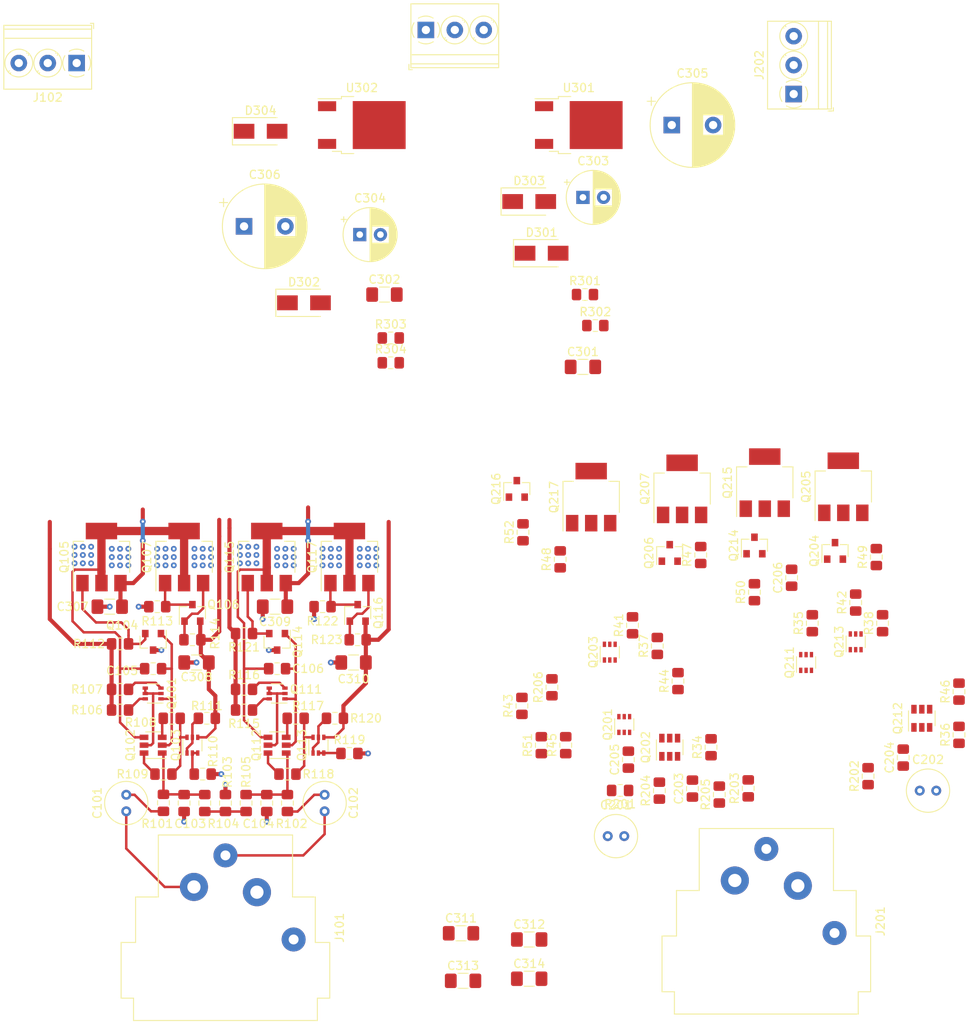
<source format=kicad_pcb>
(kicad_pcb (version 20171130) (host pcbnew "(5.1.6-0)")
  (layers (0 F.Cu signal) (31 B.Cu signal) (34 B.Paste user) (35 F.Paste user) (36 B.SilkS user) (37 F.SilkS user hide) (38 B.Mask user) (39 F.Mask user) (44 Edge.Cuts user))
  (net 0 "")
  (net 1 GND)
  (net 2 /ch1/CH1IN+)
  (net 3 /ch1/CH1IN-)
  (net 4 /ch2/CH2IN+)
  (net 5 /ch2/CH2IN-)
  (net 6 /psu/V+)
  (net 7 /psu/V-)
  (net 8 /psu/317ADJ)
  (net 9 /psu/337ADJ)
  (net 10 +15V)
  (net 11 -15V)
  (net 12 CH1OUT-)
  (net 13 CH1OUT+)
  (net 14 CH2OUT-)
  (net 15 CH2OUT+)
  (net 16 "Net-(Q101-Pad6)")
  (net 17 "Net-(Q101-Pad3)")
  (net 18 "Net-(Q102-Pad6)")
  (net 19 "Net-(Q102-Pad3)")
  (net 20 "Net-(Q103-Pad6)")
  (net 21 "Net-(Q103-Pad2)")
  (net 22 "Net-(Q103-Pad1)")
  (net 23 "Net-(Q104-Pad2)")
  (net 24 "Net-(Q106-Pad3)")
  (net 25 "Net-(Q106-Pad1)")
  (net 26 "Net-(Q111-Pad6)")
  (net 27 "Net-(Q111-Pad3)")
  (net 28 "Net-(Q112-Pad6)")
  (net 29 "Net-(Q112-Pad3)")
  (net 30 "Net-(Q113-Pad6)")
  (net 31 "Net-(Q113-Pad2)")
  (net 32 "Net-(Q113-Pad1)")
  (net 33 "Net-(Q114-Pad2)")
  (net 34 "Net-(Q116-Pad3)")
  (net 35 "Net-(Q116-Pad1)")
  (net 36 "Net-(Q201-Pad6)")
  (net 37 "Net-(Q201-Pad3)")
  (net 38 "Net-(Q202-Pad6)")
  (net 39 "Net-(Q202-Pad3)")
  (net 40 "Net-(Q203-Pad6)")
  (net 41 "Net-(Q203-Pad2)")
  (net 42 "Net-(Q203-Pad1)")
  (net 43 "Net-(Q204-Pad2)")
  (net 44 "Net-(Q206-Pad3)")
  (net 45 "Net-(Q206-Pad1)")
  (net 46 "Net-(Q211-Pad6)")
  (net 47 "Net-(Q211-Pad3)")
  (net 48 "Net-(Q212-Pad6)")
  (net 49 "Net-(Q212-Pad3)")
  (net 50 "Net-(Q213-Pad6)")
  (net 51 "Net-(Q213-Pad2)")
  (net 52 "Net-(Q213-Pad1)")
  (net 53 "Net-(Q214-Pad2)")
  (net 54 "Net-(Q216-Pad3)")
  (net 55 "Net-(Q216-Pad1)")
  (net 56 "Net-(R103-Pad1)")
  (net 57 "Net-(C101-Pad2)")
  (net 58 "Net-(C101-Pad1)")
  (net 59 "Net-(C102-Pad2)")
  (net 60 "Net-(C102-Pad1)")
  (net 61 "Net-(C201-Pad2)")
  (net 62 "Net-(C201-Pad1)")
  (net 63 "Net-(C202-Pad2)")
  (net 64 "Net-(C202-Pad1)")
  (net 65 "Net-(Q101-Pad2)")
  (net 66 "Net-(Q111-Pad2)")
  (net 67 "Net-(Q201-Pad2)")
  (net 68 "Net-(Q211-Pad2)")
  (net 69 "Net-(R203-Pad1)")
  (net 70 /ch1/CH1+_FB)
  (net 71 /ch1/CH1-_FB)
  (net 72 /ch2/CH2+_FB)
  (net 73 /ch2/CH2-_FB)
  (module Resistor_SMD:R_0805_2012Metric_Pad1.15x1.40mm_HandSolder (layer F.Cu) (at 77.25 103.25 180)
    (fp_text reference R121 (at 0 -1.65) (layer F.SilkS))
    (fp_text value 470R)
    (pad 2 smd roundrect (at 1.025 0 180) (size 1.15 1.4) (layers F.Cu F.Paste F.Mask) (roundrect_rratio 0.217391) (net 10 +15V))
    (pad 1 smd roundrect (at -1.025 0 180) (size 1.15 1.4) (layers F.Cu F.Paste F.Mask) (roundrect_rratio 0.217391) (net 33 "Net-(Q114-Pad2)"))
  )
  (module Capacitor_SMD:C_0805_2012Metric_Pad1.15x1.40mm_HandSolder (layer F.Cu) (at 66.25 107.5)
    (fp_text reference C105 (at -3.75 0.25) (layer F.SilkS))
    (fp_text value 27p)
    (pad 2 smd roundrect (at 1.025 0) (size 1.15 1.4) (layers F.Cu F.Paste F.Mask) (roundrect_rratio 0.217391) (net 70 /ch1/CH1+_FB))
    (pad 1 smd roundrect (at -1.025 0) (size 1.15 1.4) (layers F.Cu F.Paste F.Mask) (roundrect_rratio 0.217391) (net 13 CH1OUT+))
  )
  (module Resistor_SMD:R_0805_2012Metric_Pad1.15x1.40mm_HandSolder (layer F.Cu) (at 82.5 120.25 180)
    (fp_text reference R118 (at -3.75 0) (layer F.SilkS))
    (fp_text value 100R)
    (pad 2 smd roundrect (at 1.025 0 180) (size 1.15 1.4) (layers F.Cu F.Paste F.Mask) (roundrect_rratio 0.217391) (net 28 "Net-(Q112-Pad6)"))
    (pad 1 smd roundrect (at -1.025 0 180) (size 1.15 1.4) (layers F.Cu F.Paste F.Mask) (roundrect_rratio 0.217391) (net 30 "Net-(Q113-Pad6)"))
  )
  (module Resistor_SMD:R_0805_2012Metric_Pad1.15x1.40mm_HandSolder (layer F.Cu) (at 66.75 100 180)
    (fp_text reference R113 (at 0 -1.75) (layer F.SilkS))
    (fp_text value 5K6)
    (pad 2 smd roundrect (at 1.025 0 180) (size 1.15 1.4) (layers F.Cu F.Paste F.Mask) (roundrect_rratio 0.217391) (net 1 GND))
    (pad 1 smd roundrect (at -1.025 0 180) (size 1.15 1.4) (layers F.Cu F.Paste F.Mask) (roundrect_rratio 0.217391) (net 24 "Net-(Q106-Pad3)"))
  )
  (module Package_TO_SOT_SMD:SOT-223-3_TabPin2 (layer F.Cu) (at 60 94 90)
    (fp_text reference Q105 (at 0 -4.5 90) (layer F.SilkS))
    (fp_text value BCP53)
    (pad 1 smd rect (at -3.15 -2.3 90) (size 2 1.5) (layers F.Cu F.Paste F.Mask) (net 23 "Net-(Q104-Pad2)"))
    (pad 3 smd rect (at -3.15 2.3 90) (size 2 1.5) (layers F.Cu F.Paste F.Mask) (net 10 +15V))
    (pad 2 smd rect (at -3.15 0 90) (size 2 1.5) (layers F.Cu F.Paste F.Mask) (net 13 CH1OUT+))
    (pad 2 smd rect (at 3.15 0 90) (size 2 3.8) (layers F.Cu F.Paste F.Mask) (net 13 CH1OUT+))
  )
  (module Package_TO_SOT_SMD:SOT-363_SC-70-6 (layer F.Cu) (at 71 116.75 90)
    (fp_text reference Q103 (at 0 -2 90) (layer F.SilkS))
    (fp_text value BC846BDW1)
    (pad 6 smd rect (at 0.95 -0.65 90) (size 0.65 0.4) (layers F.Cu F.Paste F.Mask) (net 20 "Net-(Q103-Pad6)"))
    (pad 4 smd rect (at 0.95 0.65 90) (size 0.65 0.4) (layers F.Cu F.Paste F.Mask) (net 11 -15V))
    (pad 2 smd rect (at -0.95 0 90) (size 0.65 0.4) (layers F.Cu F.Paste F.Mask) (net 21 "Net-(Q103-Pad2)"))
    (pad 5 smd rect (at 0.95 0 90) (size 0.65 0.4) (layers F.Cu F.Paste F.Mask) (net 22 "Net-(Q103-Pad1)"))
    (pad 3 smd rect (at -0.95 0.65 90) (size 0.65 0.4) (layers F.Cu F.Paste F.Mask) (net 21 "Net-(Q103-Pad2)"))
    (pad 1 smd rect (at -0.95 -0.65 90) (size 0.65 0.4) (layers F.Cu F.Paste F.Mask) (net 22 "Net-(Q103-Pad1)"))
  )
  (module Resistor_SMD:R_0805_2012Metric_Pad1.15x1.40mm_HandSolder (layer F.Cu) (at 72.25 120.25)
    (fp_text reference R110 (at 1.25 -2.75 90) (layer F.SilkS))
    (fp_text value 5K6)
    (pad 2 smd roundrect (at 1.025 0) (size 1.15 1.4) (layers F.Cu F.Paste F.Mask) (roundrect_rratio 0.217391) (net 1 GND))
    (pad 1 smd roundrect (at -1.025 0) (size 1.15 1.4) (layers F.Cu F.Paste F.Mask) (roundrect_rratio 0.217391) (net 21 "Net-(Q103-Pad2)"))
  )
  (module Resistor_SMD:R_0805_2012Metric_Pad1.15x1.40mm_HandSolder (layer F.Cu) (at 72.75 113.5 180)
    (fp_text reference R111 (at 0 1.5) (layer F.SilkS))
    (fp_text value 330R)
    (pad 2 smd roundrect (at 1.025 0 180) (size 1.15 1.4) (layers F.Cu F.Paste F.Mask) (roundrect_rratio 0.217391) (net 22 "Net-(Q103-Pad1)"))
    (pad 1 smd roundrect (at -1.025 0 180) (size 1.15 1.4) (layers F.Cu F.Paste F.Mask) (roundrect_rratio 0.217391) (net 11 -15V))
  )
  (module Package_TO_SOT_SMD:SOT-363_SC-70-6 (layer F.Cu) (at 66.25 110.5 180)
    (fp_text reference Q101 (at -2.25 0 90) (layer F.SilkS))
    (fp_text value BC856BDW1)
    (pad 6 smd rect (at 0.95 -0.65 180) (size 0.65 0.4) (layers F.Cu F.Paste F.Mask) (net 16 "Net-(Q101-Pad6)"))
    (pad 4 smd rect (at 0.95 0.65 180) (size 0.65 0.4) (layers F.Cu F.Paste F.Mask) (net 65 "Net-(Q101-Pad2)"))
    (pad 2 smd rect (at -0.95 0 180) (size 0.65 0.4) (layers F.Cu F.Paste F.Mask) (net 65 "Net-(Q101-Pad2)"))
    (pad 5 smd rect (at 0.95 0 180) (size 0.65 0.4) (layers F.Cu F.Paste F.Mask) (net 65 "Net-(Q101-Pad2)"))
    (pad 3 smd rect (at -0.95 0.65 180) (size 0.65 0.4) (layers F.Cu F.Paste F.Mask) (net 17 "Net-(Q101-Pad3)"))
    (pad 1 smd rect (at -0.95 -0.65 180) (size 0.65 0.4) (layers F.Cu F.Paste F.Mask) (net 70 /ch1/CH1+_FB))
  )
  (module Resistor_SMD:R_0805_2012Metric_Pad1.15x1.40mm_HandSolder (layer F.Cu) (at 68.5 113.5 180)
    (fp_text reference R108 (at 3.75 -0.5) (layer F.SilkS))
    (fp_text value 100R)
    (pad 2 smd roundrect (at 1.025 0 180) (size 1.15 1.4) (layers F.Cu F.Paste F.Mask) (roundrect_rratio 0.217391) (net 19 "Net-(Q102-Pad3)"))
    (pad 1 smd roundrect (at -1.025 0 180) (size 1.15 1.4) (layers F.Cu F.Paste F.Mask) (roundrect_rratio 0.217391) (net 20 "Net-(Q103-Pad6)"))
  )
  (module Package_TO_SOT_SMD:SOT-23-6 (layer F.Cu) (at 66.25 116.75 180)
    (fp_text reference Q102 (at 2.75 0 90) (layer F.SilkS))
    (fp_text value LS844)
    (pad 5 smd rect (at 1.1 0 180) (size 1.06 0.65) (layers F.Cu F.Paste F.Mask) (net 65 "Net-(Q101-Pad2)"))
    (pad 6 smd rect (at 1.1 -0.95 180) (size 1.06 0.65) (layers F.Cu F.Paste F.Mask) (net 18 "Net-(Q102-Pad6)"))
    (pad 4 smd rect (at 1.1 0.95 180) (size 1.06 0.65) (layers F.Cu F.Paste F.Mask) (net 13 CH1OUT+))
    (pad 3 smd rect (at -1.1 0.95 180) (size 1.06 0.65) (layers F.Cu F.Paste F.Mask) (net 19 "Net-(Q102-Pad3)"))
    (pad 2 smd rect (at -1.1 0 180) (size 1.06 0.65) (layers F.Cu F.Paste F.Mask) (net 70 /ch1/CH1+_FB))
    (pad 1 smd rect (at -1.1 -0.95 180) (size 1.06 0.65) (layers F.Cu F.Paste F.Mask) (net 2 /ch1/CH1IN+))
  )
  (module Capacitor_THT:C_Radial_D5.0mm_H7.0mm_P2.00mm (layer F.Cu) (at 159 122.25)
    (fp_text reference C202 (at 1 -3.75) (layer F.SilkS))
    (fp_text value 10u)
    (pad 2 thru_hole circle (at 2 0) (size 1.2 1.2) (drill 0.6) (layers *.Cu *.Mask) (net 63 "Net-(C202-Pad2)"))
    (pad 1 thru_hole circle (at 0 0) (size 1.2 1.2) (drill 0.6) (layers *.Cu *.Mask) (net 64 "Net-(C202-Pad1)"))
  )
  (module Capacitor_THT:C_Radial_D5.0mm_H7.0mm_P2.00mm (layer F.Cu) (at 121.25 127.75)
    (fp_text reference C201 (at 1 -3.75) (layer F.SilkS))
    (fp_text value 10u)
    (pad 2 thru_hole circle (at 2 0) (size 1.2 1.2) (drill 0.6) (layers *.Cu *.Mask) (net 61 "Net-(C201-Pad2)"))
    (pad 1 thru_hole circle (at 0 0) (size 1.2 1.2) (drill 0.6) (layers *.Cu *.Mask) (net 62 "Net-(C201-Pad1)"))
  )
  (module Capacitor_THT:C_Radial_D5.0mm_H7.0mm_P2.00mm (layer F.Cu) (at 87 122.75 270)
    (fp_text reference C102 (at 1 -3.5 90) (layer F.SilkS))
    (fp_text value 10u)
    (pad 2 thru_hole circle (at 2 0 270) (size 1.2 1.2) (drill 0.6) (layers *.Cu *.Mask) (net 59 "Net-(C102-Pad2)"))
    (pad 1 thru_hole circle (at 0 0 270) (size 1.2 1.2) (drill 0.6) (layers *.Cu *.Mask) (net 60 "Net-(C102-Pad1)"))
  )
  (module Capacitor_THT:C_Radial_D5.0mm_H7.0mm_P2.00mm (layer F.Cu) (at 63 122.75 270)
    (fp_text reference C101 (at 1 3.5 90) (layer F.SilkS))
    (fp_text value 10u)
    (pad 2 thru_hole circle (at 2 0 270) (size 1.2 1.2) (drill 0.6) (layers *.Cu *.Mask) (net 57 "Net-(C101-Pad2)"))
    (pad 1 thru_hole circle (at 0 0 270) (size 1.2 1.2) (drill 0.6) (layers *.Cu *.Mask) (net 58 "Net-(C101-Pad1)"))
  )
  (module Capacitor_SMD:C_1206_3216Metric_Pad1.42x1.75mm_HandSolder (layer F.Cu) (at 111.75 145)
    (fp_text reference C314 (at 0 -1.82) (layer F.SilkS))
    (fp_text value 100n)
    (pad 2 smd roundrect (at 1.4875 0) (size 1.425 1.75) (layers F.Cu F.Paste F.Mask) (roundrect_rratio 0.175439) (net 11 -15V))
    (pad 1 smd roundrect (at -1.4875 0) (size 1.425 1.75) (layers F.Cu F.Paste F.Mask) (roundrect_rratio 0.175439) (net 1 GND))
  )
  (module Capacitor_SMD:C_1206_3216Metric_Pad1.42x1.75mm_HandSolder (layer F.Cu) (at 103.75 145.25)
    (fp_text reference C313 (at 0 -1.82) (layer F.SilkS))
    (fp_text value 100n)
    (pad 2 smd roundrect (at 1.4875 0) (size 1.425 1.75) (layers F.Cu F.Paste F.Mask) (roundrect_rratio 0.175439) (net 1 GND))
    (pad 1 smd roundrect (at -1.4875 0) (size 1.425 1.75) (layers F.Cu F.Paste F.Mask) (roundrect_rratio 0.175439) (net 10 +15V))
  )
  (module Capacitor_SMD:C_1206_3216Metric_Pad1.42x1.75mm_HandSolder (layer F.Cu) (at 111.75 140.25)
    (fp_text reference C312 (at 0 -1.82) (layer F.SilkS))
    (fp_text value 100n)
    (pad 2 smd roundrect (at 1.4875 0) (size 1.425 1.75) (layers F.Cu F.Paste F.Mask) (roundrect_rratio 0.175439) (net 11 -15V))
    (pad 1 smd roundrect (at -1.4875 0) (size 1.425 1.75) (layers F.Cu F.Paste F.Mask) (roundrect_rratio 0.175439) (net 1 GND))
  )
  (module Capacitor_SMD:C_1206_3216Metric_Pad1.42x1.75mm_HandSolder (layer F.Cu) (at 103.5 139.5)
    (fp_text reference C311 (at 0 -1.82) (layer F.SilkS))
    (fp_text value 100n)
    (pad 2 smd roundrect (at 1.4875 0) (size 1.425 1.75) (layers F.Cu F.Paste F.Mask) (roundrect_rratio 0.175439) (net 1 GND))
    (pad 1 smd roundrect (at -1.4875 0) (size 1.425 1.75) (layers F.Cu F.Paste F.Mask) (roundrect_rratio 0.175439) (net 10 +15V))
  )
  (module Package_TO_SOT_SMD:TO-252-2 (layer F.Cu) (at 91.5 41.75)
    (fp_text reference U302 (at 0 -4.5) (layer F.SilkS))
    (fp_text value LM337_TO252)
    (pad 2 smd rect (at 2.1 0) (size 6.4 5.8) (layers F.Cu F.Mask) (net 7 /psu/V-))
    (pad 3 smd rect (at -4.2 2.28) (size 2.2 1.2) (layers F.Cu F.Paste F.Mask) (net 11 -15V))
    (pad 1 smd rect (at -4.2 -2.28) (size 2.2 1.2) (layers F.Cu F.Paste F.Mask) (net 9 /psu/337ADJ))
  )
  (module Package_TO_SOT_SMD:TO-252-2 (layer F.Cu) (at 117.75 41.75)
    (fp_text reference U301 (at 0 -4.5) (layer F.SilkS))
    (fp_text value LM317_TO-252)
    (pad 2 smd rect (at 2.1 0) (size 6.4 5.8) (layers F.Cu F.Mask) (net 10 +15V))
    (pad 3 smd rect (at -4.2 2.28) (size 2.2 1.2) (layers F.Cu F.Paste F.Mask) (net 6 /psu/V+))
    (pad 1 smd rect (at -4.2 -2.28) (size 2.2 1.2) (layers F.Cu F.Paste F.Mask) (net 8 /psu/317ADJ))
  )
  (module Resistor_SMD:R_0805_2012Metric_Pad1.15x1.40mm_HandSolder (layer F.Cu) (at 95 70.5)
    (fp_text reference R304 (at 0 -1.65) (layer F.SilkS))
    (fp_text value 120R)
    (pad 2 smd roundrect (at 1.025 0) (size 1.15 1.4) (layers F.Cu F.Paste F.Mask) (roundrect_rratio 0.217391) (net 11 -15V))
    (pad 1 smd roundrect (at -1.025 0) (size 1.15 1.4) (layers F.Cu F.Paste F.Mask) (roundrect_rratio 0.217391) (net 9 /psu/337ADJ))
  )
  (module Resistor_SMD:R_0805_2012Metric_Pad1.15x1.40mm_HandSolder (layer F.Cu) (at 95 67.5)
    (fp_text reference R303 (at 0 -1.65) (layer F.SilkS))
    (fp_text value 1K4)
    (pad 2 smd roundrect (at 1.025 0) (size 1.15 1.4) (layers F.Cu F.Paste F.Mask) (roundrect_rratio 0.217391) (net 9 /psu/337ADJ))
    (pad 1 smd roundrect (at -1.025 0) (size 1.15 1.4) (layers F.Cu F.Paste F.Mask) (roundrect_rratio 0.217391) (net 1 GND))
  )
  (module Resistor_SMD:R_0805_2012Metric_Pad1.15x1.40mm_HandSolder (layer F.Cu) (at 119.75 66)
    (fp_text reference R302 (at 0 -1.65) (layer F.SilkS))
    (fp_text value 1K4)
    (pad 2 smd roundrect (at 1.025 0) (size 1.15 1.4) (layers F.Cu F.Paste F.Mask) (roundrect_rratio 0.217391) (net 1 GND))
    (pad 1 smd roundrect (at -1.025 0) (size 1.15 1.4) (layers F.Cu F.Paste F.Mask) (roundrect_rratio 0.217391) (net 8 /psu/317ADJ))
  )
  (module Resistor_SMD:R_0805_2012Metric_Pad1.15x1.40mm_HandSolder (layer F.Cu) (at 118.5 62.25)
    (fp_text reference R301 (at 0 -1.65) (layer F.SilkS))
    (fp_text value 120R)
    (pad 2 smd roundrect (at 1.025 0) (size 1.15 1.4) (layers F.Cu F.Paste F.Mask) (roundrect_rratio 0.217391) (net 8 /psu/317ADJ))
    (pad 1 smd roundrect (at -1.025 0) (size 1.15 1.4) (layers F.Cu F.Paste F.Mask) (roundrect_rratio 0.217391) (net 10 +15V))
  )
  (module Resistor_SMD:R_0805_2012Metric_Pad1.15x1.40mm_HandSolder (layer F.Cu) (at 111 91 90)
    (fp_text reference R52 (at 0 -1.65 90) (layer F.SilkS))
    (fp_text value 22R)
    (pad 2 smd roundrect (at 1.025 0 90) (size 1.15 1.4) (layers F.Cu F.Paste F.Mask) (roundrect_rratio 0.217391) (net 55 "Net-(Q216-Pad1)"))
    (pad 1 smd roundrect (at -1.025 0 90) (size 1.15 1.4) (layers F.Cu F.Paste F.Mask) (roundrect_rratio 0.217391) (net 11 -15V))
  )
  (module Resistor_SMD:R_0805_2012Metric_Pad1.15x1.40mm_HandSolder (layer F.Cu) (at 113.22 116.75 90)
    (fp_text reference R51 (at 0 -1.65 90) (layer F.SilkS))
    (fp_text value 22R)
    (pad 2 smd roundrect (at 1.025 0 90) (size 1.15 1.4) (layers F.Cu F.Paste F.Mask) (roundrect_rratio 0.217391) (net 45 "Net-(Q206-Pad1)"))
    (pad 1 smd roundrect (at -1.025 0 90) (size 1.15 1.4) (layers F.Cu F.Paste F.Mask) (roundrect_rratio 0.217391) (net 11 -15V))
  )
  (module Resistor_SMD:R_0805_2012Metric_Pad1.15x1.40mm_HandSolder (layer F.Cu) (at 139 98.25 90)
    (fp_text reference R50 (at 0 -1.65 90) (layer F.SilkS))
    (fp_text value 470R)
    (pad 2 smd roundrect (at 1.025 0 90) (size 1.15 1.4) (layers F.Cu F.Paste F.Mask) (roundrect_rratio 0.217391) (net 10 +15V))
    (pad 1 smd roundrect (at -1.025 0 90) (size 1.15 1.4) (layers F.Cu F.Paste F.Mask) (roundrect_rratio 0.217391) (net 53 "Net-(Q214-Pad2)"))
  )
  (module Resistor_SMD:R_0805_2012Metric_Pad1.15x1.40mm_HandSolder (layer F.Cu) (at 153.75 94 90)
    (fp_text reference R49 (at 0 -1.65 90) (layer F.SilkS))
    (fp_text value 470R)
    (pad 2 smd roundrect (at 1.025 0 90) (size 1.15 1.4) (layers F.Cu F.Paste F.Mask) (roundrect_rratio 0.217391) (net 10 +15V))
    (pad 1 smd roundrect (at -1.025 0 90) (size 1.15 1.4) (layers F.Cu F.Paste F.Mask) (roundrect_rratio 0.217391) (net 43 "Net-(Q204-Pad2)"))
  )
  (module Resistor_SMD:R_0805_2012Metric_Pad1.15x1.40mm_HandSolder (layer F.Cu) (at 115.5 94.275 90)
    (fp_text reference R48 (at 0 -1.65 90) (layer F.SilkS))
    (fp_text value 5K6)
    (pad 2 smd roundrect (at 1.025 0 90) (size 1.15 1.4) (layers F.Cu F.Paste F.Mask) (roundrect_rratio 0.217391) (net 1 GND))
    (pad 1 smd roundrect (at -1.025 0 90) (size 1.15 1.4) (layers F.Cu F.Paste F.Mask) (roundrect_rratio 0.217391) (net 54 "Net-(Q216-Pad3)"))
  )
  (module Resistor_SMD:R_0805_2012Metric_Pad1.15x1.40mm_HandSolder (layer F.Cu) (at 132.5 93.75 90)
    (fp_text reference R47 (at 0 -1.65 90) (layer F.SilkS))
    (fp_text value 5K6)
    (pad 2 smd roundrect (at 1.025 0 90) (size 1.15 1.4) (layers F.Cu F.Paste F.Mask) (roundrect_rratio 0.217391) (net 1 GND))
    (pad 1 smd roundrect (at -1.025 0 90) (size 1.15 1.4) (layers F.Cu F.Paste F.Mask) (roundrect_rratio 0.217391) (net 44 "Net-(Q206-Pad3)"))
  )
  (module Resistor_SMD:R_0805_2012Metric_Pad1.15x1.40mm_HandSolder (layer F.Cu) (at 163.75 110.275 90)
    (fp_text reference R46 (at 0 -1.65 90) (layer F.SilkS))
    (fp_text value 100R)
    (pad 2 smd roundrect (at 1.025 0 90) (size 1.15 1.4) (layers F.Cu F.Paste F.Mask) (roundrect_rratio 0.217391) (net 48 "Net-(Q212-Pad6)"))
    (pad 1 smd roundrect (at -1.025 0 90) (size 1.15 1.4) (layers F.Cu F.Paste F.Mask) (roundrect_rratio 0.217391) (net 50 "Net-(Q213-Pad6)"))
  )
  (module Resistor_SMD:R_0805_2012Metric_Pad1.15x1.40mm_HandSolder (layer F.Cu) (at 116.17 116.75 90)
    (fp_text reference R45 (at 0 -1.65 90) (layer F.SilkS))
    (fp_text value 100R)
    (pad 2 smd roundrect (at 1.025 0 90) (size 1.15 1.4) (layers F.Cu F.Paste F.Mask) (roundrect_rratio 0.217391) (net 10 +15V))
    (pad 1 smd roundrect (at -1.025 0 90) (size 1.15 1.4) (layers F.Cu F.Paste F.Mask) (roundrect_rratio 0.217391) (net 47 "Net-(Q211-Pad3)"))
  )
  (module Resistor_SMD:R_0805_2012Metric_Pad1.15x1.40mm_HandSolder (layer F.Cu) (at 129.75 109 90)
    (fp_text reference R44 (at 0 -1.65 90) (layer F.SilkS))
    (fp_text value 100R)
    (pad 2 smd roundrect (at 1.025 0 90) (size 1.15 1.4) (layers F.Cu F.Paste F.Mask) (roundrect_rratio 0.217391) (net 38 "Net-(Q202-Pad6)"))
    (pad 1 smd roundrect (at -1.025 0 90) (size 1.15 1.4) (layers F.Cu F.Paste F.Mask) (roundrect_rratio 0.217391) (net 40 "Net-(Q203-Pad6)"))
  )
  (module Resistor_SMD:R_0805_2012Metric_Pad1.15x1.40mm_HandSolder (layer F.Cu) (at 110.87 112 90)
    (fp_text reference R43 (at 0 -1.65 90) (layer F.SilkS))
    (fp_text value 100R)
    (pad 2 smd roundrect (at 1.025 0 90) (size 1.15 1.4) (layers F.Cu F.Paste F.Mask) (roundrect_rratio 0.217391) (net 10 +15V))
    (pad 1 smd roundrect (at -1.025 0 90) (size 1.15 1.4) (layers F.Cu F.Paste F.Mask) (roundrect_rratio 0.217391) (net 37 "Net-(Q201-Pad3)"))
  )
  (module Resistor_SMD:R_0805_2012Metric_Pad1.15x1.40mm_HandSolder (layer F.Cu) (at 151.25 99.5 90)
    (fp_text reference R42 (at 0 -1.65 90) (layer F.SilkS))
    (fp_text value 330R)
    (pad 2 smd roundrect (at 1.025 0 90) (size 1.15 1.4) (layers F.Cu F.Paste F.Mask) (roundrect_rratio 0.217391) (net 52 "Net-(Q213-Pad1)"))
    (pad 1 smd roundrect (at -1.025 0 90) (size 1.15 1.4) (layers F.Cu F.Paste F.Mask) (roundrect_rratio 0.217391) (net 11 -15V))
  )
  (module Resistor_SMD:R_0805_2012Metric_Pad1.15x1.40mm_HandSolder (layer F.Cu) (at 124.25 102.25 90)
    (fp_text reference R41 (at 0 -1.65 90) (layer F.SilkS))
    (fp_text value 330R)
    (pad 2 smd roundrect (at 1.025 0 90) (size 1.15 1.4) (layers F.Cu F.Paste F.Mask) (roundrect_rratio 0.217391) (net 42 "Net-(Q203-Pad1)"))
    (pad 1 smd roundrect (at -1.025 0 90) (size 1.15 1.4) (layers F.Cu F.Paste F.Mask) (roundrect_rratio 0.217391) (net 11 -15V))
  )
  (module Resistor_SMD:R_0805_2012Metric_Pad1.15x1.40mm_HandSolder (layer F.Cu) (at 154.5 102 90)
    (fp_text reference R38 (at 0 -1.65 90) (layer F.SilkS))
    (fp_text value 5K6)
    (pad 2 smd roundrect (at 1.025 0 90) (size 1.15 1.4) (layers F.Cu F.Paste F.Mask) (roundrect_rratio 0.217391) (net 1 GND))
    (pad 1 smd roundrect (at -1.025 0 90) (size 1.15 1.4) (layers F.Cu F.Paste F.Mask) (roundrect_rratio 0.217391) (net 51 "Net-(Q213-Pad2)"))
  )
  (module Resistor_SMD:R_0805_2012Metric_Pad1.15x1.40mm_HandSolder (layer F.Cu) (at 127.25 104.75 90)
    (fp_text reference R37 (at 0 -1.65 90) (layer F.SilkS))
    (fp_text value 5K6)
    (pad 2 smd roundrect (at 1.025 0 90) (size 1.15 1.4) (layers F.Cu F.Paste F.Mask) (roundrect_rratio 0.217391) (net 1 GND))
    (pad 1 smd roundrect (at -1.025 0 90) (size 1.15 1.4) (layers F.Cu F.Paste F.Mask) (roundrect_rratio 0.217391) (net 41 "Net-(Q203-Pad2)"))
  )
  (module Resistor_SMD:R_0805_2012Metric_Pad1.15x1.40mm_HandSolder (layer F.Cu) (at 163.75 115.5 90)
    (fp_text reference R36 (at 0 -1.65 90) (layer F.SilkS))
    (fp_text value 100R)
    (pad 2 smd roundrect (at 1.025 0 90) (size 1.15 1.4) (layers F.Cu F.Paste F.Mask) (roundrect_rratio 0.217391) (net 49 "Net-(Q212-Pad3)"))
    (pad 1 smd roundrect (at -1.025 0 90) (size 1.15 1.4) (layers F.Cu F.Paste F.Mask) (roundrect_rratio 0.217391) (net 50 "Net-(Q213-Pad6)"))
  )
  (module Resistor_SMD:R_0805_2012Metric_Pad1.15x1.40mm_HandSolder (layer F.Cu) (at 146 102 90)
    (fp_text reference R35 (at 0 -1.65 90) (layer F.SilkS))
    (fp_text value 100R)
    (pad 2 smd roundrect (at 1.025 0 90) (size 1.15 1.4) (layers F.Cu F.Paste F.Mask) (roundrect_rratio 0.217391) (net 10 +15V))
    (pad 1 smd roundrect (at -1.025 0 90) (size 1.15 1.4) (layers F.Cu F.Paste F.Mask) (roundrect_rratio 0.217391) (net 46 "Net-(Q211-Pad6)"))
  )
  (module Resistor_SMD:R_0805_2012Metric_Pad1.15x1.40mm_HandSolder (layer F.Cu) (at 133.75 117 90)
    (fp_text reference R34 (at 0 -1.65 90) (layer F.SilkS))
    (fp_text value 100R)
    (pad 2 smd roundrect (at 1.025 0 90) (size 1.15 1.4) (layers F.Cu F.Paste F.Mask) (roundrect_rratio 0.217391) (net 39 "Net-(Q202-Pad3)"))
    (pad 1 smd roundrect (at -1.025 0 90) (size 1.15 1.4) (layers F.Cu F.Paste F.Mask) (roundrect_rratio 0.217391) (net 40 "Net-(Q203-Pad6)"))
  )
  (module Resistor_SMD:R_0805_2012Metric_Pad1.15x1.40mm_HandSolder (layer F.Cu) (at 114.5 109.75 90)
    (fp_text reference R206 (at 0 -1.65 90) (layer F.SilkS))
    (fp_text value 100R)
    (pad 2 smd roundrect (at 1.025 0 90) (size 1.15 1.4) (layers F.Cu F.Paste F.Mask) (roundrect_rratio 0.217391) (net 10 +15V))
    (pad 1 smd roundrect (at -1.025 0 90) (size 1.15 1.4) (layers F.Cu F.Paste F.Mask) (roundrect_rratio 0.217391) (net 36 "Net-(Q201-Pad6)"))
  )
  (module Resistor_SMD:R_0805_2012Metric_Pad1.15x1.40mm_HandSolder (layer F.Cu) (at 134.75 122.725 90)
    (fp_text reference R205 (at 0 -1.65 90) (layer F.SilkS))
    (fp_text value 47K)
    (pad 2 smd roundrect (at 1.025 0 90) (size 1.15 1.4) (layers F.Cu F.Paste F.Mask) (roundrect_rratio 0.217391) (net 69 "Net-(R203-Pad1)"))
    (pad 1 smd roundrect (at -1.025 0 90) (size 1.15 1.4) (layers F.Cu F.Paste F.Mask) (roundrect_rratio 0.217391) (net 5 /ch2/CH2IN-))
  )
  (module Resistor_SMD:R_0805_2012Metric_Pad1.15x1.40mm_HandSolder (layer F.Cu) (at 127.5 122.25 90)
    (fp_text reference R204 (at 0 -1.65 90) (layer F.SilkS))
    (fp_text value 47K)
    (pad 2 smd roundrect (at 1.025 0 90) (size 1.15 1.4) (layers F.Cu F.Paste F.Mask) (roundrect_rratio 0.217391) (net 4 /ch2/CH2IN+))
    (pad 1 smd roundrect (at -1.025 0 90) (size 1.15 1.4) (layers F.Cu F.Paste F.Mask) (roundrect_rratio 0.217391) (net 69 "Net-(R203-Pad1)"))
  )
  (module Resistor_SMD:R_0805_2012Metric_Pad1.15x1.40mm_HandSolder (layer F.Cu) (at 138.25 121.975 90)
    (fp_text reference R203 (at 0 -1.65 90) (layer F.SilkS))
    (fp_text value 2M2)
    (pad 2 smd roundrect (at 1.025 0 90) (size 1.15 1.4) (layers F.Cu F.Paste F.Mask) (roundrect_rratio 0.217391) (net 1 GND))
    (pad 1 smd roundrect (at -1.025 0 90) (size 1.15 1.4) (layers F.Cu F.Paste F.Mask) (roundrect_rratio 0.217391) (net 69 "Net-(R203-Pad1)"))
  )
  (module Resistor_SMD:R_0805_2012Metric_Pad1.15x1.40mm_HandSolder (layer F.Cu) (at 152.75 120.5 90)
    (fp_text reference R202 (at 0 -1.65 90) (layer F.SilkS))
    (fp_text value 100R)
    (pad 2 smd roundrect (at 1.025 0 90) (size 1.15 1.4) (layers F.Cu F.Paste F.Mask) (roundrect_rratio 0.217391) (net 64 "Net-(C202-Pad1)"))
    (pad 1 smd roundrect (at -1.025 0 90) (size 1.15 1.4) (layers F.Cu F.Paste F.Mask) (roundrect_rratio 0.217391) (net 5 /ch2/CH2IN-))
  )
  (module Resistor_SMD:R_0805_2012Metric_Pad1.15x1.40mm_HandSolder (layer F.Cu) (at 122.75 122.225 180)
    (fp_text reference R201 (at 0 -1.65) (layer F.SilkS))
    (fp_text value 100R)
    (pad 2 smd roundrect (at 1.025 0 180) (size 1.15 1.4) (layers F.Cu F.Paste F.Mask) (roundrect_rratio 0.217391) (net 62 "Net-(C201-Pad1)"))
    (pad 1 smd roundrect (at -1.025 0 180) (size 1.15 1.4) (layers F.Cu F.Paste F.Mask) (roundrect_rratio 0.217391) (net 4 /ch2/CH2IN+))
  )
  (module Resistor_SMD:R_0805_2012Metric_Pad1.15x1.40mm_HandSolder (layer F.Cu) (at 91 104 180)
    (fp_text reference R123 (at 3.75 0) (layer F.SilkS))
    (fp_text value 22R)
    (pad 2 smd roundrect (at 1.025 0 180) (size 1.15 1.4) (layers F.Cu F.Paste F.Mask) (roundrect_rratio 0.217391) (net 35 "Net-(Q116-Pad1)"))
    (pad 1 smd roundrect (at -1.025 0 180) (size 1.15 1.4) (layers F.Cu F.Paste F.Mask) (roundrect_rratio 0.217391) (net 11 -15V))
  )
  (module Resistor_SMD:R_0805_2012Metric_Pad1.15x1.40mm_HandSolder (layer F.Cu) (at 71 104 180)
    (fp_text reference R114 (at -2.75 0.75 90) (layer F.SilkS))
    (fp_text value 22R)
    (pad 2 smd roundrect (at 1.025 0 180) (size 1.15 1.4) (layers F.Cu F.Paste F.Mask) (roundrect_rratio 0.217391) (net 25 "Net-(Q106-Pad1)"))
    (pad 1 smd roundrect (at -1.025 0 180) (size 1.15 1.4) (layers F.Cu F.Paste F.Mask) (roundrect_rratio 0.217391) (net 11 -15V))
  )
  (module Resistor_SMD:R_0805_2012Metric_Pad1.15x1.40mm_HandSolder (layer F.Cu) (at 62.25 104.5 180)
    (fp_text reference R112 (at 3.75 0) (layer F.SilkS))
    (fp_text value 470R)
    (pad 2 smd roundrect (at 1.025 0 180) (size 1.15 1.4) (layers F.Cu F.Paste F.Mask) (roundrect_rratio 0.217391) (net 10 +15V))
    (pad 1 smd roundrect (at -1.025 0 180) (size 1.15 1.4) (layers F.Cu F.Paste F.Mask) (roundrect_rratio 0.217391) (net 23 "Net-(Q104-Pad2)"))
  )
  (module Resistor_SMD:R_0805_2012Metric_Pad1.15x1.40mm_HandSolder (layer F.Cu) (at 86.75 100 180)
    (fp_text reference R122 (at 0 -1.75) (layer F.SilkS))
    (fp_text value 5K6)
    (pad 2 smd roundrect (at 1.025 0 180) (size 1.15 1.4) (layers F.Cu F.Paste F.Mask) (roundrect_rratio 0.217391) (net 1 GND))
    (pad 1 smd roundrect (at -1.025 0 180) (size 1.15 1.4) (layers F.Cu F.Paste F.Mask) (roundrect_rratio 0.217391) (net 34 "Net-(Q116-Pad3)"))
  )
  (module Resistor_SMD:R_0805_2012Metric_Pad1.15x1.40mm_HandSolder (layer F.Cu) (at 77.25 110 180)
    (fp_text reference R116 (at 0 1.75) (layer F.SilkS))
    (fp_text value 100R)
    (pad 2 smd roundrect (at 1.025 0 180) (size 1.15 1.4) (layers F.Cu F.Paste F.Mask) (roundrect_rratio 0.217391) (net 10 +15V))
    (pad 1 smd roundrect (at -1.025 0 180) (size 1.15 1.4) (layers F.Cu F.Paste F.Mask) (roundrect_rratio 0.217391) (net 27 "Net-(Q111-Pad3)"))
  )
  (module Resistor_SMD:R_0805_2012Metric_Pad1.15x1.40mm_HandSolder (layer F.Cu) (at 67.5 120.25 180)
    (fp_text reference R109 (at 3.75 0) (layer F.SilkS))
    (fp_text value 100R)
    (pad 2 smd roundrect (at 1.025 0 180) (size 1.15 1.4) (layers F.Cu F.Paste F.Mask) (roundrect_rratio 0.217391) (net 18 "Net-(Q102-Pad6)"))
    (pad 1 smd roundrect (at -1.025 0 180) (size 1.15 1.4) (layers F.Cu F.Paste F.Mask) (roundrect_rratio 0.217391) (net 20 "Net-(Q103-Pad6)"))
  )
  (module Resistor_SMD:R_0805_2012Metric_Pad1.15x1.40mm_HandSolder (layer F.Cu) (at 62.25 110 180)
    (fp_text reference R107 (at 4 0) (layer F.SilkS))
    (fp_text value 100R)
    (pad 2 smd roundrect (at 1.025 0 180) (size 1.15 1.4) (layers F.Cu F.Paste F.Mask) (roundrect_rratio 0.217391) (net 10 +15V))
    (pad 1 smd roundrect (at -1.025 0 180) (size 1.15 1.4) (layers F.Cu F.Paste F.Mask) (roundrect_rratio 0.217391) (net 17 "Net-(Q101-Pad3)"))
  )
  (module Resistor_SMD:R_0805_2012Metric_Pad1.15x1.40mm_HandSolder (layer F.Cu) (at 88.25 113.5 180)
    (fp_text reference R120 (at -3.75 0) (layer F.SilkS))
    (fp_text value 330R)
    (pad 2 smd roundrect (at 1.025 0 180) (size 1.15 1.4) (layers F.Cu F.Paste F.Mask) (roundrect_rratio 0.217391) (net 32 "Net-(Q113-Pad1)"))
    (pad 1 smd roundrect (at -1.025 0 180) (size 1.15 1.4) (layers F.Cu F.Paste F.Mask) (roundrect_rratio 0.217391) (net 11 -15V))
  )
  (module Resistor_SMD:R_0805_2012Metric_Pad1.15x1.40mm_HandSolder (layer F.Cu) (at 90 117.75)
    (fp_text reference R119 (at 0 -1.65) (layer F.SilkS))
    (fp_text value 5K6)
    (pad 2 smd roundrect (at 1.025 0) (size 1.15 1.4) (layers F.Cu F.Paste F.Mask) (roundrect_rratio 0.217391) (net 1 GND))
    (pad 1 smd roundrect (at -1.025 0) (size 1.15 1.4) (layers F.Cu F.Paste F.Mask) (roundrect_rratio 0.217391) (net 31 "Net-(Q113-Pad2)"))
  )
  (module Resistor_SMD:R_0805_2012Metric_Pad1.15x1.40mm_HandSolder (layer F.Cu) (at 83.5 113.5 180)
    (fp_text reference R117 (at -1.5 1.5) (layer F.SilkS))
    (fp_text value 100R)
    (pad 2 smd roundrect (at 1.025 0 180) (size 1.15 1.4) (layers F.Cu F.Paste F.Mask) (roundrect_rratio 0.217391) (net 29 "Net-(Q112-Pad3)"))
    (pad 1 smd roundrect (at -1.025 0 180) (size 1.15 1.4) (layers F.Cu F.Paste F.Mask) (roundrect_rratio 0.217391) (net 30 "Net-(Q113-Pad6)"))
  )
  (module Resistor_SMD:R_0805_2012Metric_Pad1.15x1.40mm_HandSolder (layer F.Cu) (at 77.25 112.5 180)
    (fp_text reference R115 (at 0 -1.65) (layer F.SilkS))
    (fp_text value 100R)
    (pad 2 smd roundrect (at 1.025 0 180) (size 1.15 1.4) (layers F.Cu F.Paste F.Mask) (roundrect_rratio 0.217391) (net 10 +15V))
    (pad 1 smd roundrect (at -1.025 0 180) (size 1.15 1.4) (layers F.Cu F.Paste F.Mask) (roundrect_rratio 0.217391) (net 26 "Net-(Q111-Pad6)"))
  )
  (module Resistor_SMD:R_0805_2012Metric_Pad1.15x1.40mm_HandSolder (layer F.Cu) (at 62.25 112.5 180)
    (fp_text reference R106 (at 4 0) (layer F.SilkS))
    (fp_text value 100R)
    (pad 2 smd roundrect (at 1.025 0 180) (size 1.15 1.4) (layers F.Cu F.Paste F.Mask) (roundrect_rratio 0.217391) (net 10 +15V))
    (pad 1 smd roundrect (at -1.025 0 180) (size 1.15 1.4) (layers F.Cu F.Paste F.Mask) (roundrect_rratio 0.217391) (net 16 "Net-(Q101-Pad6)"))
  )
  (module Resistor_SMD:R_0805_2012Metric_Pad1.15x1.40mm_HandSolder (layer F.Cu) (at 77.5 123.75 270)
    (fp_text reference R105 (at -3.75 0 90) (layer F.SilkS))
    (fp_text value 47K)
    (pad 2 smd roundrect (at 1.025 0 270) (size 1.15 1.4) (layers F.Cu F.Paste F.Mask) (roundrect_rratio 0.217391) (net 56 "Net-(R103-Pad1)"))
    (pad 1 smd roundrect (at -1.025 0 270) (size 1.15 1.4) (layers F.Cu F.Paste F.Mask) (roundrect_rratio 0.217391) (net 3 /ch1/CH1IN-))
  )
  (module Resistor_SMD:R_0805_2012Metric_Pad1.15x1.40mm_HandSolder (layer F.Cu) (at 72.5 123.75 90)
    (fp_text reference R104 (at -2.5 2.25 180) (layer F.SilkS))
    (fp_text value 47K)
    (pad 2 smd roundrect (at 1.025 0 90) (size 1.15 1.4) (layers F.Cu F.Paste F.Mask) (roundrect_rratio 0.217391) (net 2 /ch1/CH1IN+))
    (pad 1 smd roundrect (at -1.025 0 90) (size 1.15 1.4) (layers F.Cu F.Paste F.Mask) (roundrect_rratio 0.217391) (net 56 "Net-(R103-Pad1)"))
  )
  (module Resistor_SMD:R_0805_2012Metric_Pad1.15x1.40mm_HandSolder (layer F.Cu) (at 75 123.75 90)
    (fp_text reference R103 (at 3.75 0.25 90) (layer F.SilkS))
    (fp_text value 2M2)
    (pad 2 smd roundrect (at 1.025 0 90) (size 1.15 1.4) (layers F.Cu F.Paste F.Mask) (roundrect_rratio 0.217391) (net 1 GND))
    (pad 1 smd roundrect (at -1.025 0 90) (size 1.15 1.4) (layers F.Cu F.Paste F.Mask) (roundrect_rratio 0.217391) (net 56 "Net-(R103-Pad1)"))
  )
  (module Resistor_SMD:R_0805_2012Metric_Pad1.15x1.40mm_HandSolder (layer F.Cu) (at 82.5 123.75 270)
    (fp_text reference R102 (at 2.5 -0.5 180) (layer F.SilkS))
    (fp_text value 100R)
    (pad 2 smd roundrect (at 1.025 0 270) (size 1.15 1.4) (layers F.Cu F.Paste F.Mask) (roundrect_rratio 0.217391) (net 60 "Net-(C102-Pad1)"))
    (pad 1 smd roundrect (at -1.025 0 270) (size 1.15 1.4) (layers F.Cu F.Paste F.Mask) (roundrect_rratio 0.217391) (net 3 /ch1/CH1IN-))
  )
  (module Resistor_SMD:R_0805_2012Metric_Pad1.15x1.40mm_HandSolder (layer F.Cu) (at 67.5 123.725 270)
    (fp_text reference R101 (at 2.525 0.75) (layer F.SilkS))
    (fp_text value 100R)
    (pad 2 smd roundrect (at 1.025 0 270) (size 1.15 1.4) (layers F.Cu F.Paste F.Mask) (roundrect_rratio 0.217391) (net 58 "Net-(C101-Pad1)"))
    (pad 1 smd roundrect (at -1.025 0 270) (size 1.15 1.4) (layers F.Cu F.Paste F.Mask) (roundrect_rratio 0.217391) (net 2 /ch1/CH1IN+))
  )
  (module Package_TO_SOT_SMD:SOT-223-3_TabPin2 (layer F.Cu) (at 119.25 86.75 90)
    (fp_text reference Q217 (at 0 -4.5 90) (layer F.SilkS))
    (fp_text value BCP56)
    (pad 1 smd rect (at -3.15 -2.3 90) (size 2 1.5) (layers F.Cu F.Paste F.Mask) (net 54 "Net-(Q216-Pad3)"))
    (pad 3 smd rect (at -3.15 2.3 90) (size 2 1.5) (layers F.Cu F.Paste F.Mask) (net 55 "Net-(Q216-Pad1)"))
    (pad 2 smd rect (at -3.15 0 90) (size 2 1.5) (layers F.Cu F.Paste F.Mask) (net 14 CH2OUT-))
    (pad 2 smd rect (at 3.15 0 90) (size 2 3.8) (layers F.Cu F.Paste F.Mask) (net 14 CH2OUT-))
  )
  (module Package_TO_SOT_SMD:SOT-23 (layer F.Cu) (at 110.25 85.75 90)
    (fp_text reference Q216 (at 0 -2.5 90) (layer F.SilkS))
    (fp_text value BC846)
    (pad 3 smd rect (at 1 0 90) (size 0.9 0.8) (layers F.Cu F.Paste F.Mask) (net 54 "Net-(Q216-Pad3)"))
    (pad 2 smd rect (at -1 0.95 90) (size 0.9 0.8) (layers F.Cu F.Paste F.Mask) (net 11 -15V))
    (pad 1 smd rect (at -1 -0.95 90) (size 0.9 0.8) (layers F.Cu F.Paste F.Mask) (net 55 "Net-(Q216-Pad1)"))
  )
  (module Package_TO_SOT_SMD:SOT-223-3_TabPin2 (layer F.Cu) (at 140.25 85 90)
    (fp_text reference Q215 (at 0 -4.5 90) (layer F.SilkS))
    (fp_text value BCP53)
    (pad 1 smd rect (at -3.15 -2.3 90) (size 2 1.5) (layers F.Cu F.Paste F.Mask) (net 53 "Net-(Q214-Pad2)"))
    (pad 3 smd rect (at -3.15 2.3 90) (size 2 1.5) (layers F.Cu F.Paste F.Mask) (net 10 +15V))
    (pad 2 smd rect (at -3.15 0 90) (size 2 1.5) (layers F.Cu F.Paste F.Mask) (net 14 CH2OUT-))
    (pad 2 smd rect (at 3.15 0 90) (size 2 3.8) (layers F.Cu F.Paste F.Mask) (net 14 CH2OUT-))
  )
  (module Package_TO_SOT_SMD:SOT-23 (layer F.Cu) (at 139 92.6 90)
    (fp_text reference Q214 (at 0 -2.5 90) (layer F.SilkS))
    (fp_text value BC856)
    (pad 3 smd rect (at 1 0 90) (size 0.9 0.8) (layers F.Cu F.Paste F.Mask) (net 1 GND))
    (pad 2 smd rect (at -1 0.95 90) (size 0.9 0.8) (layers F.Cu F.Paste F.Mask) (net 53 "Net-(Q214-Pad2)"))
    (pad 1 smd rect (at -1 -0.95 90) (size 0.9 0.8) (layers F.Cu F.Paste F.Mask) (net 73 /ch2/CH2-_FB))
  )
  (module Package_TO_SOT_SMD:SOT-363_SC-70-6 (layer F.Cu) (at 151.25 104.25 90)
    (fp_text reference Q213 (at 0 -2 90) (layer F.SilkS))
    (fp_text value BC846BDW1)
    (pad 6 smd rect (at 0.95 -0.65 90) (size 0.65 0.4) (layers F.Cu F.Paste F.Mask) (net 50 "Net-(Q213-Pad6)"))
    (pad 4 smd rect (at 0.95 0.65 90) (size 0.65 0.4) (layers F.Cu F.Paste F.Mask) (net 11 -15V))
    (pad 2 smd rect (at -0.95 0 90) (size 0.65 0.4) (layers F.Cu F.Paste F.Mask) (net 51 "Net-(Q213-Pad2)"))
    (pad 5 smd rect (at 0.95 0 90) (size 0.65 0.4) (layers F.Cu F.Paste F.Mask) (net 52 "Net-(Q213-Pad1)"))
    (pad 3 smd rect (at -0.95 0.65 90) (size 0.65 0.4) (layers F.Cu F.Paste F.Mask) (net 51 "Net-(Q213-Pad2)"))
    (pad 1 smd rect (at -0.95 -0.65 90) (size 0.65 0.4) (layers F.Cu F.Paste F.Mask) (net 52 "Net-(Q213-Pad1)"))
  )
  (module Package_TO_SOT_SMD:SOT-23-6 (layer F.Cu) (at 159.25 113.5 90)
    (fp_text reference Q212 (at 0 -2.9 90) (layer F.SilkS))
    (fp_text value LS844)
    (pad 5 smd rect (at 1.1 0 90) (size 1.06 0.65) (layers F.Cu F.Paste F.Mask) (net 68 "Net-(Q211-Pad2)"))
    (pad 6 smd rect (at 1.1 -0.95 90) (size 1.06 0.65) (layers F.Cu F.Paste F.Mask) (net 48 "Net-(Q212-Pad6)"))
    (pad 4 smd rect (at 1.1 0.95 90) (size 1.06 0.65) (layers F.Cu F.Paste F.Mask) (net 14 CH2OUT-))
    (pad 3 smd rect (at -1.1 0.95 90) (size 1.06 0.65) (layers F.Cu F.Paste F.Mask) (net 49 "Net-(Q212-Pad3)"))
    (pad 2 smd rect (at -1.1 0 90) (size 1.06 0.65) (layers F.Cu F.Paste F.Mask) (net 73 /ch2/CH2-_FB))
    (pad 1 smd rect (at -1.1 -0.95 90) (size 1.06 0.65) (layers F.Cu F.Paste F.Mask) (net 5 /ch2/CH2IN-))
  )
  (module Package_TO_SOT_SMD:SOT-363_SC-70-6 (layer F.Cu) (at 145.25 106.75 90)
    (fp_text reference Q211 (at 0 -2 90) (layer F.SilkS))
    (fp_text value BC856BDW1)
    (pad 6 smd rect (at 0.95 -0.65 90) (size 0.65 0.4) (layers F.Cu F.Paste F.Mask) (net 46 "Net-(Q211-Pad6)"))
    (pad 4 smd rect (at 0.95 0.65 90) (size 0.65 0.4) (layers F.Cu F.Paste F.Mask) (net 68 "Net-(Q211-Pad2)"))
    (pad 2 smd rect (at -0.95 0 90) (size 0.65 0.4) (layers F.Cu F.Paste F.Mask) (net 68 "Net-(Q211-Pad2)"))
    (pad 5 smd rect (at 0.95 0 90) (size 0.65 0.4) (layers F.Cu F.Paste F.Mask) (net 68 "Net-(Q211-Pad2)"))
    (pad 3 smd rect (at -0.95 0.65 90) (size 0.65 0.4) (layers F.Cu F.Paste F.Mask) (net 47 "Net-(Q211-Pad3)"))
    (pad 1 smd rect (at -0.95 -0.65 90) (size 0.65 0.4) (layers F.Cu F.Paste F.Mask) (net 73 /ch2/CH2-_FB))
  )
  (module Package_TO_SOT_SMD:SOT-223-3_TabPin2 (layer F.Cu) (at 130.25 85.75 90)
    (fp_text reference Q207 (at 0 -4.5 90) (layer F.SilkS))
    (fp_text value BCP56)
    (pad 1 smd rect (at -3.15 -2.3 90) (size 2 1.5) (layers F.Cu F.Paste F.Mask) (net 44 "Net-(Q206-Pad3)"))
    (pad 3 smd rect (at -3.15 2.3 90) (size 2 1.5) (layers F.Cu F.Paste F.Mask) (net 45 "Net-(Q206-Pad1)"))
    (pad 2 smd rect (at -3.15 0 90) (size 2 1.5) (layers F.Cu F.Paste F.Mask) (net 15 CH2OUT+))
    (pad 2 smd rect (at 3.15 0 90) (size 2 3.8) (layers F.Cu F.Paste F.Mask) (net 15 CH2OUT+))
  )
  (module Package_TO_SOT_SMD:SOT-23 (layer F.Cu) (at 128.75 93.5 90)
    (fp_text reference Q206 (at 0 -2.5 90) (layer F.SilkS))
    (fp_text value BC846)
    (pad 3 smd rect (at 1 0 90) (size 0.9 0.8) (layers F.Cu F.Paste F.Mask) (net 44 "Net-(Q206-Pad3)"))
    (pad 2 smd rect (at -1 0.95 90) (size 0.9 0.8) (layers F.Cu F.Paste F.Mask) (net 11 -15V))
    (pad 1 smd rect (at -1 -0.95 90) (size 0.9 0.8) (layers F.Cu F.Paste F.Mask) (net 45 "Net-(Q206-Pad1)"))
  )
  (module Package_TO_SOT_SMD:SOT-223-3_TabPin2 (layer F.Cu) (at 149.75 85.5 90)
    (fp_text reference Q205 (at 0 -4.5 90) (layer F.SilkS))
    (fp_text value BCP53)
    (pad 1 smd rect (at -3.15 -2.3 90) (size 2 1.5) (layers F.Cu F.Paste F.Mask) (net 43 "Net-(Q204-Pad2)"))
    (pad 3 smd rect (at -3.15 2.3 90) (size 2 1.5) (layers F.Cu F.Paste F.Mask) (net 10 +15V))
    (pad 2 smd rect (at -3.15 0 90) (size 2 1.5) (layers F.Cu F.Paste F.Mask) (net 15 CH2OUT+))
    (pad 2 smd rect (at 3.15 0 90) (size 2 3.8) (layers F.Cu F.Paste F.Mask) (net 15 CH2OUT+))
  )
  (module Package_TO_SOT_SMD:SOT-23 (layer F.Cu) (at 148.75 93.25 90)
    (fp_text reference Q204 (at 0 -2.5 90) (layer F.SilkS))
    (fp_text value BC856)
    (pad 3 smd rect (at 1 0 90) (size 0.9 0.8) (layers F.Cu F.Paste F.Mask) (net 1 GND))
    (pad 2 smd rect (at -1 0.95 90) (size 0.9 0.8) (layers F.Cu F.Paste F.Mask) (net 43 "Net-(Q204-Pad2)"))
    (pad 1 smd rect (at -1 -0.95 90) (size 0.9 0.8) (layers F.Cu F.Paste F.Mask) (net 72 /ch2/CH2+_FB))
  )
  (module Package_TO_SOT_SMD:SOT-363_SC-70-6 (layer F.Cu) (at 121.5 105.5 90)
    (fp_text reference Q203 (at 0 -2 90) (layer F.SilkS))
    (fp_text value BC846BDW1)
    (pad 6 smd rect (at 0.95 -0.65 90) (size 0.65 0.4) (layers F.Cu F.Paste F.Mask) (net 40 "Net-(Q203-Pad6)"))
    (pad 4 smd rect (at 0.95 0.65 90) (size 0.65 0.4) (layers F.Cu F.Paste F.Mask) (net 11 -15V))
    (pad 2 smd rect (at -0.95 0 90) (size 0.65 0.4) (layers F.Cu F.Paste F.Mask) (net 41 "Net-(Q203-Pad2)"))
    (pad 5 smd rect (at 0.95 0 90) (size 0.65 0.4) (layers F.Cu F.Paste F.Mask) (net 42 "Net-(Q203-Pad1)"))
    (pad 3 smd rect (at -0.95 0.65 90) (size 0.65 0.4) (layers F.Cu F.Paste F.Mask) (net 41 "Net-(Q203-Pad2)"))
    (pad 1 smd rect (at -0.95 -0.65 90) (size 0.65 0.4) (layers F.Cu F.Paste F.Mask) (net 42 "Net-(Q203-Pad1)"))
  )
  (module Package_TO_SOT_SMD:SOT-23-6 (layer F.Cu) (at 128.75 117 90)
    (fp_text reference Q202 (at 0 -2.9 90) (layer F.SilkS))
    (fp_text value LS844)
    (pad 5 smd rect (at 1.1 0 90) (size 1.06 0.65) (layers F.Cu F.Paste F.Mask) (net 67 "Net-(Q201-Pad2)"))
    (pad 6 smd rect (at 1.1 -0.95 90) (size 1.06 0.65) (layers F.Cu F.Paste F.Mask) (net 38 "Net-(Q202-Pad6)"))
    (pad 4 smd rect (at 1.1 0.95 90) (size 1.06 0.65) (layers F.Cu F.Paste F.Mask) (net 15 CH2OUT+))
    (pad 3 smd rect (at -1.1 0.95 90) (size 1.06 0.65) (layers F.Cu F.Paste F.Mask) (net 39 "Net-(Q202-Pad3)"))
    (pad 2 smd rect (at -1.1 0 90) (size 1.06 0.65) (layers F.Cu F.Paste F.Mask) (net 72 /ch2/CH2+_FB))
    (pad 1 smd rect (at -1.1 -0.95 90) (size 1.06 0.65) (layers F.Cu F.Paste F.Mask) (net 4 /ch2/CH2IN+))
  )
  (module Package_TO_SOT_SMD:SOT-363_SC-70-6 (layer F.Cu) (at 123.25 114.25 90)
    (fp_text reference Q201 (at 0 -2 90) (layer F.SilkS))
    (fp_text value BC856BDW1)
    (pad 6 smd rect (at 0.95 -0.65 90) (size 0.65 0.4) (layers F.Cu F.Paste F.Mask) (net 36 "Net-(Q201-Pad6)"))
    (pad 4 smd rect (at 0.95 0.65 90) (size 0.65 0.4) (layers F.Cu F.Paste F.Mask) (net 67 "Net-(Q201-Pad2)"))
    (pad 2 smd rect (at -0.95 0 90) (size 0.65 0.4) (layers F.Cu F.Paste F.Mask) (net 67 "Net-(Q201-Pad2)"))
    (pad 5 smd rect (at 0.95 0 90) (size 0.65 0.4) (layers F.Cu F.Paste F.Mask) (net 67 "Net-(Q201-Pad2)"))
    (pad 3 smd rect (at -0.95 0.65 90) (size 0.65 0.4) (layers F.Cu F.Paste F.Mask) (net 37 "Net-(Q201-Pad3)"))
    (pad 1 smd rect (at -0.95 -0.65 90) (size 0.65 0.4) (layers F.Cu F.Paste F.Mask) (net 72 /ch2/CH2+_FB))
  )
  (module Package_TO_SOT_SMD:SOT-223-3_TabPin2 (layer F.Cu) (at 90 94 90)
    (fp_text reference Q117 (at 0 -4.5 90) (layer F.SilkS))
    (fp_text value BCP56)
    (pad 1 smd rect (at -3.15 -2.3 90) (size 2 1.5) (layers F.Cu F.Paste F.Mask) (net 34 "Net-(Q116-Pad3)"))
    (pad 3 smd rect (at -3.15 2.3 90) (size 2 1.5) (layers F.Cu F.Paste F.Mask) (net 35 "Net-(Q116-Pad1)"))
    (pad 2 smd rect (at -3.15 0 90) (size 2 1.5) (layers F.Cu F.Paste F.Mask) (net 12 CH1OUT-))
    (pad 2 smd rect (at 3.15 0 90) (size 2 3.8) (layers F.Cu F.Paste F.Mask) (net 12 CH1OUT-))
  )
  (module Package_TO_SOT_SMD:SOT-23 (layer F.Cu) (at 91 100.75 90)
    (fp_text reference Q116 (at 0 2.5 90) (layer F.SilkS))
    (fp_text value BC846)
    (pad 3 smd rect (at 1 0 90) (size 0.9 0.8) (layers F.Cu F.Paste F.Mask) (net 34 "Net-(Q116-Pad3)"))
    (pad 2 smd rect (at -1 0.95 90) (size 0.9 0.8) (layers F.Cu F.Paste F.Mask) (net 11 -15V))
    (pad 1 smd rect (at -1 -0.95 90) (size 0.9 0.8) (layers F.Cu F.Paste F.Mask) (net 35 "Net-(Q116-Pad1)"))
  )
  (module Package_TO_SOT_SMD:SOT-223-3_TabPin2 (layer F.Cu) (at 80 94 90)
    (fp_text reference Q115 (at 0 -4.5 90) (layer F.SilkS))
    (fp_text value BCP53)
    (pad 1 smd rect (at -3.15 -2.3 90) (size 2 1.5) (layers F.Cu F.Paste F.Mask) (net 33 "Net-(Q114-Pad2)"))
    (pad 3 smd rect (at -3.15 2.3 90) (size 2 1.5) (layers F.Cu F.Paste F.Mask) (net 10 +15V))
    (pad 2 smd rect (at -3.15 0 90) (size 2 1.5) (layers F.Cu F.Paste F.Mask) (net 12 CH1OUT-))
    (pad 2 smd rect (at 3.15 0 90) (size 2 3.8) (layers F.Cu F.Paste F.Mask) (net 12 CH1OUT-))
  )
  (module Package_TO_SOT_SMD:SOT-23 (layer F.Cu) (at 81.25 104.25 270)
    (fp_text reference Q114 (at 0 -2.5 90) (layer F.SilkS))
    (fp_text value BC856)
    (pad 3 smd rect (at 1 0 270) (size 0.9 0.8) (layers F.Cu F.Paste F.Mask) (net 1 GND))
    (pad 2 smd rect (at -1 0.95 270) (size 0.9 0.8) (layers F.Cu F.Paste F.Mask) (net 33 "Net-(Q114-Pad2)"))
    (pad 1 smd rect (at -1 -0.95 270) (size 0.9 0.8) (layers F.Cu F.Paste F.Mask) (net 71 /ch1/CH1-_FB))
  )
  (module Package_TO_SOT_SMD:SOT-363_SC-70-6 (layer F.Cu) (at 86.25 116.75 90)
    (fp_text reference Q113 (at 0 -2 90) (layer F.SilkS))
    (fp_text value BC846BDW1)
    (pad 6 smd rect (at 0.95 -0.65 90) (size 0.65 0.4) (layers F.Cu F.Paste F.Mask) (net 30 "Net-(Q113-Pad6)"))
    (pad 4 smd rect (at 0.95 0.65 90) (size 0.65 0.4) (layers F.Cu F.Paste F.Mask) (net 11 -15V))
    (pad 2 smd rect (at -0.95 0 90) (size 0.65 0.4) (layers F.Cu F.Paste F.Mask) (net 31 "Net-(Q113-Pad2)"))
    (pad 5 smd rect (at 0.95 0 90) (size 0.65 0.4) (layers F.Cu F.Paste F.Mask) (net 32 "Net-(Q113-Pad1)"))
    (pad 3 smd rect (at -0.95 0.65 90) (size 0.65 0.4) (layers F.Cu F.Paste F.Mask) (net 31 "Net-(Q113-Pad2)"))
    (pad 1 smd rect (at -0.95 -0.65 90) (size 0.65 0.4) (layers F.Cu F.Paste F.Mask) (net 32 "Net-(Q113-Pad1)"))
  )
  (module Package_TO_SOT_SMD:SOT-23-6 (layer F.Cu) (at 81.25 116.75 180)
    (fp_text reference Q112 (at 2.5 0 90) (layer F.SilkS))
    (fp_text value LS844)
    (pad 5 smd rect (at 1.1 0 180) (size 1.06 0.65) (layers F.Cu F.Paste F.Mask) (net 66 "Net-(Q111-Pad2)"))
    (pad 6 smd rect (at 1.1 -0.95 180) (size 1.06 0.65) (layers F.Cu F.Paste F.Mask) (net 28 "Net-(Q112-Pad6)"))
    (pad 4 smd rect (at 1.1 0.95 180) (size 1.06 0.65) (layers F.Cu F.Paste F.Mask) (net 12 CH1OUT-))
    (pad 3 smd rect (at -1.1 0.95 180) (size 1.06 0.65) (layers F.Cu F.Paste F.Mask) (net 29 "Net-(Q112-Pad3)"))
    (pad 2 smd rect (at -1.1 0 180) (size 1.06 0.65) (layers F.Cu F.Paste F.Mask) (net 71 /ch1/CH1-_FB))
    (pad 1 smd rect (at -1.1 -0.95 180) (size 1.06 0.65) (layers F.Cu F.Paste F.Mask) (net 3 /ch1/CH1IN-))
  )
  (module Package_TO_SOT_SMD:SOT-363_SC-70-6 (layer F.Cu) (at 81.25 110.5 180)
    (fp_text reference Q111 (at -3.5 0.5) (layer F.SilkS))
    (fp_text value BC856BDW1)
    (pad 6 smd rect (at 0.95 -0.65 180) (size 0.65 0.4) (layers F.Cu F.Paste F.Mask) (net 26 "Net-(Q111-Pad6)"))
    (pad 4 smd rect (at 0.95 0.65 180) (size 0.65 0.4) (layers F.Cu F.Paste F.Mask) (net 66 "Net-(Q111-Pad2)"))
    (pad 2 smd rect (at -0.95 0 180) (size 0.65 0.4) (layers F.Cu F.Paste F.Mask) (net 66 "Net-(Q111-Pad2)"))
    (pad 5 smd rect (at 0.95 0 180) (size 0.65 0.4) (layers F.Cu F.Paste F.Mask) (net 66 "Net-(Q111-Pad2)"))
    (pad 3 smd rect (at -0.95 0.65 180) (size 0.65 0.4) (layers F.Cu F.Paste F.Mask) (net 27 "Net-(Q111-Pad3)"))
    (pad 1 smd rect (at -0.95 -0.65 180) (size 0.65 0.4) (layers F.Cu F.Paste F.Mask) (net 71 /ch1/CH1-_FB))
  )
  (module Package_TO_SOT_SMD:SOT-223-3_TabPin2 (layer F.Cu) (at 70 94 90)
    (fp_text reference Q107 (at 0 -4.5 90) (layer F.SilkS))
    (fp_text value BCP56)
    (pad 1 smd rect (at -3.15 -2.3 90) (size 2 1.5) (layers F.Cu F.Paste F.Mask) (net 24 "Net-(Q106-Pad3)"))
    (pad 3 smd rect (at -3.15 2.3 90) (size 2 1.5) (layers F.Cu F.Paste F.Mask) (net 25 "Net-(Q106-Pad1)"))
    (pad 2 smd rect (at -3.15 0 90) (size 2 1.5) (layers F.Cu F.Paste F.Mask) (net 13 CH1OUT+))
    (pad 2 smd rect (at 3.15 0 90) (size 2 3.8) (layers F.Cu F.Paste F.Mask) (net 13 CH1OUT+))
  )
  (module Package_TO_SOT_SMD:SOT-23 (layer F.Cu) (at 71 100.75 90)
    (fp_text reference Q106 (at 1 3.75 180) (layer F.SilkS))
    (fp_text value BC846)
    (pad 3 smd rect (at 1 0 90) (size 0.9 0.8) (layers F.Cu F.Paste F.Mask) (net 24 "Net-(Q106-Pad3)"))
    (pad 2 smd rect (at -1 0.95 90) (size 0.9 0.8) (layers F.Cu F.Paste F.Mask) (net 11 -15V))
    (pad 1 smd rect (at -1 -0.95 90) (size 0.9 0.8) (layers F.Cu F.Paste F.Mask) (net 25 "Net-(Q106-Pad1)"))
  )
  (module Package_TO_SOT_SMD:SOT-23 (layer F.Cu) (at 66.25 104.25 270)
    (fp_text reference Q104 (at -2 3.75) (layer F.SilkS))
    (fp_text value BC856)
    (pad 3 smd rect (at 1 0 270) (size 0.9 0.8) (layers F.Cu F.Paste F.Mask) (net 1 GND))
    (pad 2 smd rect (at -1 0.95 270) (size 0.9 0.8) (layers F.Cu F.Paste F.Mask) (net 23 "Net-(Q104-Pad2)"))
    (pad 1 smd rect (at -1 -0.95 270) (size 0.9 0.8) (layers F.Cu F.Paste F.Mask) (net 70 /ch1/CH1+_FB))
  )
  (module TerminalBlock_Phoenix:TerminalBlock_Phoenix_PT-1,5-3-3.5-H_1x03_P3.50mm_Horizontal (layer F.Cu) (at 99.25 30.25)
    (fp_text reference J301 (at 3.5 -4.16) (layer F.SilkS))
    (fp_text value POWER)
    (pad 3 thru_hole circle (at 7 0) (size 2 2) (drill 1) (layers *.Cu *.Mask) (net 7 /psu/V-))
    (pad 2 thru_hole circle (at 3.5 0) (size 2 2) (drill 1) (layers *.Cu *.Mask) (net 1 GND))
    (pad 1 thru_hole rect (at 0 0) (size 2 2) (drill 1) (layers *.Cu *.Mask) (net 6 /psu/V+))
  )
  (module TerminalBlock_Phoenix:TerminalBlock_Phoenix_PT-1,5-3-3.5-H_1x03_P3.50mm_Horizontal (layer F.Cu) (at 143.75 38 90)
    (fp_text reference J202 (at 3.5 -4.16 90) (layer F.SilkS))
    (fp_text value CH2OUT)
    (pad 3 thru_hole circle (at 7 0 90) (size 2 2) (drill 1) (layers *.Cu *.Mask) (net 14 CH2OUT-))
    (pad 2 thru_hole circle (at 3.5 0 90) (size 2 2) (drill 1) (layers *.Cu *.Mask) (net 15 CH2OUT+))
    (pad 1 thru_hole rect (at 0 0 90) (size 2 2) (drill 1) (layers *.Cu *.Mask) (net 1 GND))
  )
  (module TerminalBlock_Phoenix:TerminalBlock_Phoenix_PT-1,5-3-3.5-H_1x03_P3.50mm_Horizontal (layer F.Cu) (at 57 34.25 180)
    (fp_text reference J102 (at 3.5 -4.16) (layer F.SilkS))
    (fp_text value CH1OUT)
    (pad 3 thru_hole circle (at 7 0 180) (size 2 2) (drill 1) (layers *.Cu *.Mask) (net 12 CH1OUT-))
    (pad 2 thru_hole circle (at 3.5 0 180) (size 2 2) (drill 1) (layers *.Cu *.Mask) (net 13 CH1OUT+))
    (pad 1 thru_hole rect (at 0 0 180) (size 2 2) (drill 1) (layers *.Cu *.Mask) (net 1 GND))
  )
  (module Connector_Audio:Jack_XLR_Neutrik_NC3FAAH2_Horizontal (layer F.Cu) (at 144.25 133.75 270)
    (fp_text reference J201 (at 4.3 -10 90) (layer F.SilkS))
    (fp_text value CH2)
    (pad G thru_hole circle (at 5.72 -4.44 270) (size 2.9 2.9) (drill 1.2) (layers *.Cu *.Mask) (net 1 GND))
    (pad "" np_thru_hole circle (at 3.81 7.62 270) (size 1.6 1.6) (drill 1.6) (layers *.Cu *.Mask))
    (pad "" np_thru_hole circle (at 8.89 0 270) (size 1.6 1.6) (drill 1.6) (layers *.Cu *.Mask))
    (pad 3 thru_hole circle (at -4.45 3.81 270) (size 2.9 2.9) (drill 1.2) (layers *.Cu *.Mask) (net 63 "Net-(C202-Pad2)"))
    (pad 2 thru_hole circle (at -0.635 7.62 270) (size 3.4 3.4) (drill 1.6) (layers *.Cu *.Mask) (net 61 "Net-(C201-Pad2)"))
    (pad 1 thru_hole circle (at 0 0 270) (size 3.4 3.4) (drill 1.6) (layers *.Cu *.Mask) (net 1 GND))
  )
  (module Connector_Audio:Jack_XLR_Neutrik_NC3FAAH2_Horizontal (layer F.Cu) (at 78.81 134.53 270)
    (fp_text reference J101 (at 4.3 -10 90) (layer F.SilkS))
    (fp_text value CH1)
    (pad G thru_hole circle (at 5.72 -4.44 270) (size 2.9 2.9) (drill 1.2) (layers *.Cu *.Mask) (net 1 GND))
    (pad "" np_thru_hole circle (at 3.81 7.62 270) (size 1.6 1.6) (drill 1.6) (layers *.Cu *.Mask))
    (pad "" np_thru_hole circle (at 8.89 0 270) (size 1.6 1.6) (drill 1.6) (layers *.Cu *.Mask))
    (pad 3 thru_hole circle (at -4.45 3.81 270) (size 2.9 2.9) (drill 1.2) (layers *.Cu *.Mask) (net 59 "Net-(C102-Pad2)"))
    (pad 2 thru_hole circle (at -0.635 7.62 270) (size 3.4 3.4) (drill 1.6) (layers *.Cu *.Mask) (net 57 "Net-(C101-Pad2)"))
    (pad 1 thru_hole circle (at 0 0 270) (size 3.4 3.4) (drill 1.6) (layers *.Cu *.Mask) (net 1 GND))
  )
  (module Diode_SMD:D_SMA (layer F.Cu) (at 79.25 42.5)
    (fp_text reference D304 (at 0 -2.5) (layer F.SilkS))
    (fp_text value M7)
    (pad 2 smd rect (at 2 0) (size 2.5 1.8) (layers F.Cu F.Paste F.Mask) (net 11 -15V))
    (pad 1 smd rect (at -2 0) (size 2.5 1.8) (layers F.Cu F.Paste F.Mask) (net 9 /psu/337ADJ))
  )
  (module Diode_SMD:D_SMA (layer F.Cu) (at 111.75 51)
    (fp_text reference D303 (at 0 -2.5) (layer F.SilkS))
    (fp_text value M7)
    (pad 2 smd rect (at 2 0) (size 2.5 1.8) (layers F.Cu F.Paste F.Mask) (net 8 /psu/317ADJ))
    (pad 1 smd rect (at -2 0) (size 2.5 1.8) (layers F.Cu F.Paste F.Mask) (net 10 +15V))
  )
  (module Diode_SMD:D_SMA (layer F.Cu) (at 84.5 63.25)
    (fp_text reference D302 (at 0 -2.5) (layer F.SilkS))
    (fp_text value M7)
    (pad 2 smd rect (at 2 0) (size 2.5 1.8) (layers F.Cu F.Paste F.Mask) (net 7 /psu/V-))
    (pad 1 smd rect (at -2 0) (size 2.5 1.8) (layers F.Cu F.Paste F.Mask) (net 11 -15V))
  )
  (module Diode_SMD:D_SMA (layer F.Cu) (at 113.25 57.25)
    (fp_text reference D301 (at 0 -2.5) (layer F.SilkS))
    (fp_text value M7)
    (pad 2 smd rect (at 2 0) (size 2.5 1.8) (layers F.Cu F.Paste F.Mask) (net 10 +15V))
    (pad 1 smd rect (at -2 0) (size 2.5 1.8) (layers F.Cu F.Paste F.Mask) (net 6 /psu/V+))
  )
  (module Capacitor_SMD:C_1206_3216Metric_Pad1.42x1.75mm_HandSolder (layer F.Cu) (at 90.5 106.75)
    (fp_text reference C310 (at 0 2) (layer F.SilkS))
    (fp_text value 100n)
    (pad 2 smd roundrect (at 1.4875 0) (size 1.425 1.75) (layers F.Cu F.Paste F.Mask) (roundrect_rratio 0.175439) (net 11 -15V))
    (pad 1 smd roundrect (at -1.4875 0) (size 1.425 1.75) (layers F.Cu F.Paste F.Mask) (roundrect_rratio 0.175439) (net 1 GND))
  )
  (module Capacitor_SMD:C_1206_3216Metric_Pad1.42x1.75mm_HandSolder (layer F.Cu) (at 81 100 180)
    (fp_text reference C309 (at 0 -1.82) (layer F.SilkS))
    (fp_text value 100n)
    (pad 2 smd roundrect (at 1.4875 0 180) (size 1.425 1.75) (layers F.Cu F.Paste F.Mask) (roundrect_rratio 0.175439) (net 1 GND))
    (pad 1 smd roundrect (at -1.4875 0 180) (size 1.425 1.75) (layers F.Cu F.Paste F.Mask) (roundrect_rratio 0.175439) (net 10 +15V))
  )
  (module Capacitor_SMD:C_1206_3216Metric_Pad1.42x1.75mm_HandSolder (layer F.Cu) (at 71.5 106.75)
    (fp_text reference C308 (at 0 1.75) (layer F.SilkS))
    (fp_text value 100n)
    (pad 2 smd roundrect (at 1.4875 0) (size 1.425 1.75) (layers F.Cu F.Paste F.Mask) (roundrect_rratio 0.175439) (net 11 -15V))
    (pad 1 smd roundrect (at -1.4875 0) (size 1.425 1.75) (layers F.Cu F.Paste F.Mask) (roundrect_rratio 0.175439) (net 1 GND))
  )
  (module Capacitor_SMD:C_1206_3216Metric_Pad1.42x1.75mm_HandSolder (layer F.Cu) (at 61 100 180)
    (fp_text reference C307 (at 4.5 0) (layer F.SilkS))
    (fp_text value 100n)
    (pad 2 smd roundrect (at 1.4875 0 180) (size 1.425 1.75) (layers F.Cu F.Paste F.Mask) (roundrect_rratio 0.175439) (net 1 GND))
    (pad 1 smd roundrect (at -1.4875 0 180) (size 1.425 1.75) (layers F.Cu F.Paste F.Mask) (roundrect_rratio 0.175439) (net 10 +15V))
  )
  (module Capacitor_THT:CP_Radial_D10.0mm_P5.00mm (layer F.Cu) (at 77.25 54)
    (fp_text reference C306 (at 2.5 -6.25) (layer F.SilkS))
    (fp_text value 470uF)
    (pad 2 thru_hole circle (at 5 0) (size 2 2) (drill 1) (layers *.Cu *.Mask) (net 11 -15V))
    (pad 1 thru_hole rect (at 0 0) (size 2 2) (drill 1) (layers *.Cu *.Mask) (net 1 GND))
  )
  (module Capacitor_THT:CP_Radial_D10.0mm_P5.00mm (layer F.Cu) (at 129 41.75)
    (fp_text reference C305 (at 2.5 -6.25) (layer F.SilkS))
    (fp_text value 470uF)
    (pad 2 thru_hole circle (at 5 0) (size 2 2) (drill 1) (layers *.Cu *.Mask) (net 1 GND))
    (pad 1 thru_hole rect (at 0 0) (size 2 2) (drill 1) (layers *.Cu *.Mask) (net 10 +15V))
  )
  (module Capacitor_THT:CP_Radial_D6.3mm_P2.50mm (layer F.Cu) (at 91.25 55)
    (fp_text reference C304 (at 1.25 -4.4) (layer F.SilkS))
    (fp_text value 47uF)
    (pad 2 thru_hole circle (at 2.5 0) (size 1.6 1.6) (drill 0.8) (layers *.Cu *.Mask) (net 9 /psu/337ADJ))
    (pad 1 thru_hole rect (at 0 0) (size 1.6 1.6) (drill 0.8) (layers *.Cu *.Mask) (net 1 GND))
  )
  (module Capacitor_THT:CP_Radial_D6.3mm_P2.50mm (layer F.Cu) (at 118.25 50.5)
    (fp_text reference C303 (at 1.25 -4.4) (layer F.SilkS))
    (fp_text value 47uF)
    (pad 2 thru_hole circle (at 2.5 0) (size 1.6 1.6) (drill 0.8) (layers *.Cu *.Mask) (net 1 GND))
    (pad 1 thru_hole rect (at 0 0) (size 1.6 1.6) (drill 0.8) (layers *.Cu *.Mask) (net 8 /psu/317ADJ))
  )
  (module Capacitor_SMD:C_1206_3216Metric_Pad1.42x1.75mm_HandSolder (layer F.Cu) (at 94.2375 62.25)
    (fp_text reference C302 (at 0 -1.82) (layer F.SilkS))
    (fp_text value 100n)
    (pad 2 smd roundrect (at 1.4875 0) (size 1.425 1.75) (layers F.Cu F.Paste F.Mask) (roundrect_rratio 0.175439) (net 7 /psu/V-))
    (pad 1 smd roundrect (at -1.4875 0) (size 1.425 1.75) (layers F.Cu F.Paste F.Mask) (roundrect_rratio 0.175439) (net 1 GND))
  )
  (module Capacitor_SMD:C_1206_3216Metric_Pad1.42x1.75mm_HandSolder (layer F.Cu) (at 118.25 71)
    (fp_text reference C301 (at 0 -1.82) (layer F.SilkS))
    (fp_text value 100n)
    (pad 2 smd roundrect (at 1.4875 0) (size 1.425 1.75) (layers F.Cu F.Paste F.Mask) (roundrect_rratio 0.175439) (net 1 GND))
    (pad 1 smd roundrect (at -1.4875 0) (size 1.425 1.75) (layers F.Cu F.Paste F.Mask) (roundrect_rratio 0.175439) (net 6 /psu/V+))
  )
  (module Capacitor_SMD:C_0805_2012Metric_Pad1.15x1.40mm_HandSolder (layer F.Cu) (at 143.5 96.5 90)
    (fp_text reference C206 (at 0 -1.65 90) (layer F.SilkS))
    (fp_text value 27p)
    (pad 2 smd roundrect (at 1.025 0 90) (size 1.15 1.4) (layers F.Cu F.Paste F.Mask) (roundrect_rratio 0.217391) (net 73 /ch2/CH2-_FB))
    (pad 1 smd roundrect (at -1.025 0 90) (size 1.15 1.4) (layers F.Cu F.Paste F.Mask) (roundrect_rratio 0.217391) (net 14 CH2OUT-))
  )
  (module Capacitor_SMD:C_0805_2012Metric_Pad1.15x1.40mm_HandSolder (layer F.Cu) (at 123.75 118.5 90)
    (fp_text reference C205 (at 0 -1.65 90) (layer F.SilkS))
    (fp_text value 27p)
    (pad 2 smd roundrect (at 1.025 0 90) (size 1.15 1.4) (layers F.Cu F.Paste F.Mask) (roundrect_rratio 0.217391) (net 72 /ch2/CH2+_FB))
    (pad 1 smd roundrect (at -1.025 0 90) (size 1.15 1.4) (layers F.Cu F.Paste F.Mask) (roundrect_rratio 0.217391) (net 15 CH2OUT+))
  )
  (module Capacitor_SMD:C_0805_2012Metric_Pad1.15x1.40mm_HandSolder (layer F.Cu) (at 157 118.25 90)
    (fp_text reference C204 (at 0 -1.65 90) (layer F.SilkS))
    (fp_text value 100p)
    (pad 2 smd roundrect (at 1.025 0 90) (size 1.15 1.4) (layers F.Cu F.Paste F.Mask) (roundrect_rratio 0.217391) (net 5 /ch2/CH2IN-))
    (pad 1 smd roundrect (at -1.025 0 90) (size 1.15 1.4) (layers F.Cu F.Paste F.Mask) (roundrect_rratio 0.217391) (net 1 GND))
  )
  (module Capacitor_SMD:C_0805_2012Metric_Pad1.15x1.40mm_HandSolder (layer F.Cu) (at 131.5 122 90)
    (fp_text reference C203 (at 0 -1.65 90) (layer F.SilkS))
    (fp_text value 100p)
    (pad 2 smd roundrect (at 1.025 0 90) (size 1.15 1.4) (layers F.Cu F.Paste F.Mask) (roundrect_rratio 0.217391) (net 1 GND))
    (pad 1 smd roundrect (at -1.025 0 90) (size 1.15 1.4) (layers F.Cu F.Paste F.Mask) (roundrect_rratio 0.217391) (net 4 /ch2/CH2IN+))
  )
  (module Capacitor_SMD:C_0805_2012Metric_Pad1.15x1.40mm_HandSolder (layer F.Cu) (at 81.25 107.5)
    (fp_text reference C106 (at 3.75 0) (layer F.SilkS))
    (fp_text value 27p)
    (pad 2 smd roundrect (at 1.025 0) (size 1.15 1.4) (layers F.Cu F.Paste F.Mask) (roundrect_rratio 0.217391) (net 71 /ch1/CH1-_FB))
    (pad 1 smd roundrect (at -1.025 0) (size 1.15 1.4) (layers F.Cu F.Paste F.Mask) (roundrect_rratio 0.217391) (net 12 CH1OUT-))
  )
  (module Capacitor_SMD:C_0805_2012Metric_Pad1.15x1.40mm_HandSolder (layer F.Cu) (at 80 123.75 90)
    (fp_text reference C104 (at -2.5 -1 180) (layer F.SilkS))
    (fp_text value 100p)
    (pad 2 smd roundrect (at 1.025 0 90) (size 1.15 1.4) (layers F.Cu F.Paste F.Mask) (roundrect_rratio 0.217391) (net 3 /ch1/CH1IN-))
    (pad 1 smd roundrect (at -1.025 0 90) (size 1.15 1.4) (layers F.Cu F.Paste F.Mask) (roundrect_rratio 0.217391) (net 1 GND))
  )
  (module Capacitor_SMD:C_0805_2012Metric_Pad1.15x1.40mm_HandSolder (layer F.Cu) (at 70 123.75 270)
    (fp_text reference C103 (at 2.5 -0.75 180) (layer F.SilkS))
    (fp_text value 100p)
    (pad 2 smd roundrect (at 1.025 0 270) (size 1.15 1.4) (layers F.Cu F.Paste F.Mask) (roundrect_rratio 0.217391) (net 1 GND))
    (pad 1 smd roundrect (at -1.025 0 270) (size 1.15 1.4) (layers F.Cu F.Paste F.Mask) (roundrect_rratio 0.217391) (net 2 /ch1/CH1IN+))
  )
  (via (at 71.25 95) (size 0.7) (drill 0.3) (layers F.Cu B.Cu) (net 1))
  (via (at 72.25 93) (size 0.7) (drill 0.3) (layers F.Cu B.Cu) (net 1))
  (via (at 73.25 93) (size 0.7) (drill 0.3) (layers F.Cu B.Cu) (net 1))
  (via (at 71.25 94) (size 0.7) (drill 0.3) (layers F.Cu B.Cu) (net 1))
  (via (at 73.25 94) (size 0.7) (drill 0.3) (layers F.Cu B.Cu) (net 1))
  (via (at 72.25 95) (size 0.7) (drill 0.3) (layers F.Cu B.Cu) (net 1))
  (via (at 71.25 93) (size 0.7) (drill 0.3) (layers F.Cu B.Cu) (net 1))
  (via (at 73.25 95) (size 0.7) (drill 0.3) (layers F.Cu B.Cu) (net 1))
  (via (at 72.25 94) (size 0.7) (drill 0.3) (layers F.Cu B.Cu) (net 1))
  (via (at 86.75 95) (size 0.7) (drill 0.3) (layers F.Cu B.Cu) (net 1))
  (via (at 87.75 93) (size 0.7) (drill 0.3) (layers F.Cu B.Cu) (net 1))
  (via (at 88.75 93) (size 0.7) (drill 0.3) (layers F.Cu B.Cu) (net 1))
  (via (at 86.75 94) (size 0.7) (drill 0.3) (layers F.Cu B.Cu) (net 1))
  (via (at 88.75 94) (size 0.7) (drill 0.3) (layers F.Cu B.Cu) (net 1))
  (via (at 87.75 95) (size 0.7) (drill 0.3) (layers F.Cu B.Cu) (net 1))
  (via (at 86.75 93) (size 0.7) (drill 0.3) (layers F.Cu B.Cu) (net 1))
  (via (at 88.75 95) (size 0.7) (drill 0.3) (layers F.Cu B.Cu) (net 1))
  (via (at 87.75 94) (size 0.7) (drill 0.3) (layers F.Cu B.Cu) (net 1))
  (via (at 91.25 95) (size 0.7) (drill 0.3) (layers F.Cu B.Cu) (net 1))
  (via (at 92.25 93) (size 0.7) (drill 0.3) (layers F.Cu B.Cu) (net 1))
  (via (at 93.25 93) (size 0.7) (drill 0.3) (layers F.Cu B.Cu) (net 1))
  (via (at 91.25 94) (size 0.7) (drill 0.3) (layers F.Cu B.Cu) (net 1))
  (via (at 93.25 94) (size 0.7) (drill 0.3) (layers F.Cu B.Cu) (net 1))
  (via (at 92.25 95) (size 0.7) (drill 0.3) (layers F.Cu B.Cu) (net 1))
  (via (at 91.25 93) (size 0.7) (drill 0.3) (layers F.Cu B.Cu) (net 1))
  (via (at 93.25 95) (size 0.7) (drill 0.3) (layers F.Cu B.Cu) (net 1))
  (via (at 92.25 94) (size 0.7) (drill 0.3) (layers F.Cu B.Cu) (net 1))
  (via (at 76.75 94.75) (size 0.7) (drill 0.3) (layers F.Cu B.Cu) (net 1))
  (via (at 77.75 92.75) (size 0.7) (drill 0.3) (layers F.Cu B.Cu) (net 1))
  (via (at 78.75 92.75) (size 0.7) (drill 0.3) (layers F.Cu B.Cu) (net 1))
  (via (at 76.75 93.75) (size 0.7) (drill 0.3) (layers F.Cu B.Cu) (net 1))
  (via (at 78.75 93.75) (size 0.7) (drill 0.3) (layers F.Cu B.Cu) (net 1))
  (via (at 77.75 94.75) (size 0.7) (drill 0.3) (layers F.Cu B.Cu) (net 1))
  (via (at 76.75 92.75) (size 0.7) (drill 0.3) (layers F.Cu B.Cu) (net 1))
  (via (at 78.75 94.75) (size 0.7) (drill 0.3) (layers F.Cu B.Cu) (net 1))
  (via (at 77.75 93.75) (size 0.7) (drill 0.3) (layers F.Cu B.Cu) (net 1))
  (via (at 61.25 95) (size 0.7) (drill 0.3) (layers F.Cu B.Cu) (net 1))
  (via (at 62.25 93) (size 0.7) (drill 0.3) (layers F.Cu B.Cu) (net 1))
  (via (at 63.25 93) (size 0.7) (drill 0.3) (layers F.Cu B.Cu) (net 1))
  (via (at 61.25 94) (size 0.7) (drill 0.3) (layers F.Cu B.Cu) (net 1))
  (via (at 63.25 94) (size 0.7) (drill 0.3) (layers F.Cu B.Cu) (net 1))
  (via (at 62.25 95) (size 0.7) (drill 0.3) (layers F.Cu B.Cu) (net 1))
  (via (at 61.25 93) (size 0.7) (drill 0.3) (layers F.Cu B.Cu) (net 1))
  (via (at 63.25 95) (size 0.7) (drill 0.3) (layers F.Cu B.Cu) (net 1))
  (via (at 62.25 94) (size 0.7) (drill 0.3) (layers F.Cu B.Cu) (net 1))
  (via (at 56.75 94.75) (size 0.7) (drill 0.3) (layers F.Cu B.Cu) (net 1))
  (via (at 57.75 92.75) (size 0.7) (drill 0.3) (layers F.Cu B.Cu) (net 1))
  (via (at 58.75 92.75) (size 0.7) (drill 0.3) (layers F.Cu B.Cu) (net 1))
  (via (at 56.75 93.75) (size 0.7) (drill 0.3) (layers F.Cu B.Cu) (net 1))
  (via (at 58.75 93.75) (size 0.7) (drill 0.3) (layers F.Cu B.Cu) (net 1))
  (via (at 57.75 94.75) (size 0.7) (drill 0.3) (layers F.Cu B.Cu) (net 1))
  (via (at 56.75 92.75) (size 0.7) (drill 0.3) (layers F.Cu B.Cu) (net 1))
  (via (at 58.75 94.75) (size 0.7) (drill 0.3) (layers F.Cu B.Cu) (net 1))
  (via (at 57.75 93.75) (size 0.7) (drill 0.3) (layers F.Cu B.Cu) (net 1))
  (via (at 81.25 95) (size 0.7) (drill 0.3) (layers F.Cu B.Cu) (net 1))
  (via (at 82.25 93) (size 0.7) (drill 0.3) (layers F.Cu B.Cu) (net 1))
  (via (at 83.25 93) (size 0.7) (drill 0.3) (layers F.Cu B.Cu) (net 1))
  (via (at 81.25 94) (size 0.7) (drill 0.3) (layers F.Cu B.Cu) (net 1))
  (via (at 83.25 94) (size 0.7) (drill 0.3) (layers F.Cu B.Cu) (net 1))
  (via (at 82.25 95) (size 0.7) (drill 0.3) (layers F.Cu B.Cu) (net 1))
  (via (at 81.25 93) (size 0.7) (drill 0.3) (layers F.Cu B.Cu) (net 1))
  (via (at 83.25 95) (size 0.7) (drill 0.3) (layers F.Cu B.Cu) (net 1))
  (via (at 82.25 94) (size 0.7) (drill 0.3) (layers F.Cu B.Cu) (net 1))
  (via (at 68.75 94) (size 0.7) (drill 0.3) (layers F.Cu B.Cu) (net 1))
  (via (at 68.75 95) (size 0.7) (drill 0.3) (layers F.Cu B.Cu) (net 1))
  (via (at 67.75 95) (size 0.7) (drill 0.3) (layers F.Cu B.Cu) (net 1))
  (via (at 67.75 94) (size 0.7) (drill 0.3) (layers F.Cu B.Cu) (net 1))
  (via (at 67.75 93) (size 0.7) (drill 0.3) (layers F.Cu B.Cu) (net 1))
  (via (at 66.75 93) (size 0.7) (drill 0.3) (layers F.Cu B.Cu) (net 1))
  (via (at 66.75 94) (size 0.7) (drill 0.3) (layers F.Cu B.Cu) (net 1))
  (via (at 66.75 95) (size 0.7) (drill 0.3) (layers F.Cu B.Cu) (net 1))
  (via (at 68.75 93) (size 0.7) (drill 0.3) (layers F.Cu B.Cu) (net 1))
  (via (at 75 121.5) (size 0.7) (drill 0.3) (layers F.Cu B.Cu) (net 1))
  (segment (start 75 122.725) (end 75 121.5) (width 0.5) (layer F.Cu) (net 1))
  (via (at 74.5 120.25) (size 0.7) (drill 0.3) (layers F.Cu B.Cu) (net 1))
  (segment (start 73.275 120.25) (end 74.5 120.25) (width 0.5) (layer F.Cu) (net 1))
  (via (at 80 126) (size 0.7) (drill 0.3) (layers F.Cu B.Cu) (net 1))
  (segment (start 80 124.775) (end 80 126) (width 0.5) (layer F.Cu) (net 1))
  (via (at 70 126) (size 0.7) (drill 0.3) (layers F.Cu B.Cu) (net 1))
  (segment (start 70 124.775) (end 70 126) (width 0.5) (layer F.Cu) (net 1))
  (via (at 61 100) (size 0.7) (drill 0.3) (layers F.Cu B.Cu) (net 1))
  (segment (start 59.5125 100) (end 61 100) (width 0.5) (layer F.Cu) (net 1))
  (via (at 64.5 100) (size 0.7) (drill 0.3) (layers F.Cu B.Cu) (net 1))
  (segment (start 65.725 100) (end 64.5 100) (width 0.5) (layer F.Cu) (net 1))
  (via (at 79.5 101.5) (size 0.7) (drill 0.3) (layers F.Cu B.Cu) (net 1))
  (segment (start 79.5125 101.4875) (end 79.5 101.5) (width 0.5) (layer F.Cu) (net 1))
  (segment (start 79.5125 100) (end 79.5125 101.4875) (width 0.5) (layer F.Cu) (net 1))
  (via (at 85.75 101.5) (size 0.7) (drill 0.3) (layers F.Cu B.Cu) (net 1))
  (segment (start 85.725 101.475) (end 85.75 101.5) (width 0.5) (layer F.Cu) (net 1))
  (segment (start 85.725 100) (end 85.725 101.475) (width 0.5) (layer F.Cu) (net 1))
  (via (at 87.75 106.75) (size 0.7) (drill 0.3) (layers F.Cu B.Cu) (net 1))
  (segment (start 89.0125 106.75) (end 87.75 106.75) (width 0.5) (layer F.Cu) (net 1))
  (via (at 92.25 117.75) (size 0.7) (drill 0.3) (layers F.Cu B.Cu) (net 1))
  (segment (start 91.025 117.75) (end 92.25 117.75) (width 0.5) (layer F.Cu) (net 1))
  (via (at 80.25 105.25) (size 0.7) (drill 0.3) (layers F.Cu B.Cu) (net 1))
  (segment (start 81.25 105.25) (end 80.25 105.25) (width 0.5) (layer F.Cu) (net 1))
  (via (at 67.25 105.25) (size 0.7) (drill 0.3) (layers F.Cu B.Cu) (net 1))
  (segment (start 66.25 105.25) (end 67.25 105.25) (width 0.5) (layer F.Cu) (net 1))
  (via (at 71.5 106.75) (size 0.7) (drill 0.3) (layers F.Cu B.Cu) (net 1))
  (segment (start 70.0125 106.75) (end 71.5 106.75) (width 0.5) (layer F.Cu) (net 1))
  (segment (start 67.5 117.85) (end 67.35 117.7) (width 0.3) (layer F.Cu) (net 2))
  (segment (start 67.5 122.7) (end 67.5 117.85) (width 0.3) (layer F.Cu) (net 2))
  (segment (start 69.975 122.7) (end 70 122.725) (width 0.3) (layer F.Cu) (net 2))
  (segment (start 67.5 122.7) (end 69.975 122.7) (width 0.3) (layer F.Cu) (net 2))
  (segment (start 72.5 122.725) (end 70 122.725) (width 0.3) (layer F.Cu) (net 2))
  (segment (start 82.5 117.85) (end 82.35 117.7) (width 0.3) (layer F.Cu) (net 3))
  (segment (start 82.5 122.725) (end 82.5 117.85) (width 0.3) (layer F.Cu) (net 3))
  (segment (start 77.5 122.725) (end 80 122.725) (width 0.3) (layer F.Cu) (net 3))
  (segment (start 80 122.725) (end 82.5 122.725) (width 0.3) (layer F.Cu) (net 3))
  (segment (start 82.3 99.8125) (end 82.4875 100) (width 0.5) (layer F.Cu) (net 10))
  (segment (start 82.3 97.15) (end 82.3 99.8125) (width 0.5) (layer F.Cu) (net 10))
  (segment (start 76.225 103.25) (end 76.225 110) (width 0.5) (layer F.Cu) (net 10))
  (segment (start 76.225 110) (end 76.225 112.5) (width 0.5) (layer F.Cu) (net 10))
  (segment (start 61.225 112.5) (end 61.225 110) (width 0.5) (layer F.Cu) (net 10))
  (segment (start 61.225 110) (end 61.225 104.5) (width 0.5) (layer F.Cu) (net 10))
  (segment (start 62.3 99.8125) (end 62.4875 100) (width 0.5) (layer F.Cu) (net 10))
  (segment (start 62.3 97.15) (end 62.3 99.8125) (width 0.5) (layer F.Cu) (net 10))
  (segment (start 61.225 104.5) (end 56.75 104.5) (width 0.5) (layer F.Cu) (net 10))
  (segment (start 56.75 104.5) (end 53.75 101.5) (width 0.5) (layer F.Cu) (net 10))
  (segment (start 53.75 93) (end 53.75 89.75) (width 0.5) (layer F.Cu) (net 10))
  (segment (start 53.75 101.5) (end 53.75 93) (width 0.5) (layer F.Cu) (net 10))
  (segment (start 75.4875 102.5125) (end 75.4875 90.4875) (width 0.5) (layer F.Cu) (net 10))
  (segment (start 76.225 103.25) (end 75.4875 102.5125) (width 0.5) (layer F.Cu) (net 10))
  (segment (start 75.4875 90.4875) (end 75.4875 89.5125) (width 0.5) (layer F.Cu) (net 10))
  (segment (start 62.3 97.15) (end 63.85 97.15) (width 0.5) (layer F.Cu) (net 10))
  (via (at 65 92) (size 0.7) (drill 0.3) (layers F.Cu B.Cu) (net 10))
  (segment (start 65 96) (end 65 92) (width 0.5) (layer F.Cu) (net 10))
  (segment (start 63.85 97.15) (end 65 96) (width 0.5) (layer F.Cu) (net 10))
  (via (at 65 89.7) (size 0.7) (drill 0.3) (layers F.Cu B.Cu) (net 10))
  (segment (start 65 92) (end 65 89.7) (width 0.5) (layer B.Cu) (net 10))
  (segment (start 65 89.7) (end 65 88.25) (width 0.5) (layer F.Cu) (net 10))
  (segment (start 82.3 97.15) (end 83.85 97.15) (width 0.5) (layer F.Cu) (net 10))
  (via (at 85 92) (size 0.7) (drill 0.3) (layers F.Cu B.Cu) (net 10))
  (segment (start 85 96) (end 85 92) (width 0.5) (layer F.Cu) (net 10))
  (segment (start 83.85 97.15) (end 85 96) (width 0.5) (layer F.Cu) (net 10))
  (via (at 85 89.7) (size 0.7) (drill 0.3) (layers F.Cu B.Cu) (net 10))
  (segment (start 85 92) (end 85 89.7) (width 0.5) (layer B.Cu) (net 10))
  (segment (start 85 89.7) (end 85 88) (width 0.5) (layer F.Cu) (net 10))
  (segment (start 73.775 113.5) (end 73.775 114.725) (width 0.3) (layer F.Cu) (net 11))
  (segment (start 72.7 115.8) (end 71.65 115.8) (width 0.3) (layer F.Cu) (net 11))
  (segment (start 73.775 114.725) (end 72.7 115.8) (width 0.3) (layer F.Cu) (net 11))
  (segment (start 86.9 115.8) (end 88.2 115.8) (width 0.3) (layer F.Cu) (net 11))
  (segment (start 89.275 114.725) (end 89.275 113.5) (width 0.3) (layer F.Cu) (net 11))
  (segment (start 88.2 115.8) (end 89.275 114.725) (width 0.3) (layer F.Cu) (net 11))
  (segment (start 89.275 113.5) (end 89.275 111.975) (width 0.5) (layer F.Cu) (net 11))
  (segment (start 91.9875 109.2625) (end 91.9875 106.75) (width 0.5) (layer F.Cu) (net 11))
  (segment (start 89.275 111.975) (end 91.9875 109.2625) (width 0.5) (layer F.Cu) (net 11))
  (segment (start 91.9875 104.0375) (end 92.025 104) (width 0.5) (layer F.Cu) (net 11))
  (segment (start 91.9875 106.75) (end 91.9875 104.0375) (width 0.5) (layer F.Cu) (net 11))
  (segment (start 91.95 103.925) (end 92.025 104) (width 0.5) (layer F.Cu) (net 11))
  (segment (start 91.95 101.75) (end 91.95 103.925) (width 0.5) (layer F.Cu) (net 11))
  (segment (start 71.95 103.925) (end 72.025 104) (width 0.5) (layer F.Cu) (net 11))
  (segment (start 71.95 101.75) (end 71.95 103.925) (width 0.5) (layer F.Cu) (net 11))
  (segment (start 72.025 105.7875) (end 72.9875 106.75) (width 0.5) (layer F.Cu) (net 11))
  (segment (start 72.025 104) (end 72.025 105.7875) (width 0.5) (layer F.Cu) (net 11))
  (segment (start 73.775 113.5) (end 73.775 110.775) (width 0.5) (layer F.Cu) (net 11))
  (segment (start 72.9875 109.9875) (end 72.9875 106.75) (width 0.5) (layer F.Cu) (net 11))
  (segment (start 73.775 110.775) (end 72.9875 109.9875) (width 0.5) (layer F.Cu) (net 11))
  (segment (start 72.025 104) (end 73.25 104) (width 0.5) (layer F.Cu) (net 11))
  (segment (start 73.25 104) (end 74 103.25) (width 0.5) (layer F.Cu) (net 11))
  (segment (start 74 103.25) (end 74.25 103) (width 0.5) (layer F.Cu) (net 11))
  (segment (start 74.25 103) (end 74.25 95.75) (width 0.5) (layer F.Cu) (net 11))
  (segment (start 74.25 95.75) (end 74.25 91.5) (width 0.5) (layer F.Cu) (net 11))
  (segment (start 74.25 91.5) (end 74.25 89.5) (width 0.5) (layer F.Cu) (net 11))
  (segment (start 94.75 102.75) (end 94.75 89.75) (width 0.5) (layer F.Cu) (net 11))
  (segment (start 93.5 104) (end 94.75 102.75) (width 0.5) (layer F.Cu) (net 11))
  (segment (start 92.025 104) (end 93.5 104) (width 0.5) (layer F.Cu) (net 11))
  (segment (start 79.32 115.8) (end 80.15 115.8) (width 0.3) (layer F.Cu) (net 12))
  (segment (start 77.25 113.73) (end 79.32 115.8) (width 0.3) (layer F.Cu) (net 12))
  (segment (start 77.25 109.25) (end 77.25 113.73) (width 0.3) (layer F.Cu) (net 12))
  (segment (start 77.25 109.25) (end 77.25 107.5) (width 0.3) (layer F.Cu) (net 12))
  (segment (start 80.225 107.5) (end 77.25 107.5) (width 0.3) (layer F.Cu) (net 12))
  (segment (start 77.25 107.5) (end 77.25 102) (width 0.3) (layer F.Cu) (net 12))
  (segment (start 77.25 102) (end 76.5 101.25) (width 0.3) (layer F.Cu) (net 12))
  (segment (start 76.5 95.75) (end 76.539998 95.75) (width 0.3) (layer F.Cu) (net 12))
  (segment (start 76.5 101.25) (end 76.5 95.75) (width 0.3) (layer F.Cu) (net 12))
  (segment (start 90 97.15) (end 90 90.85) (width 1) (layer F.Cu) (net 12))
  (segment (start 90 90.85) (end 80 90.85) (width 1) (layer F.Cu) (net 12))
  (segment (start 76.769999 95.519999) (end 79.730001 95.519999) (width 0.3) (layer F.Cu) (net 12))
  (segment (start 80 90.85) (end 80 95.25) (width 1) (layer F.Cu) (net 12))
  (segment (start 80 95.25) (end 80 97.15) (width 1) (layer F.Cu) (net 12))
  (segment (start 76.539998 95.75) (end 76.769999 95.519999) (width 0.3) (layer F.Cu) (net 12))
  (segment (start 79.730001 95.519999) (end 80 95.25) (width 0.3) (layer F.Cu) (net 12))
  (segment (start 65.15 115.8) (end 64.05 115.8) (width 0.3) (layer F.Cu) (net 13))
  (segment (start 64.05 115.8) (end 62.25 114) (width 0.3) (layer F.Cu) (net 13))
  (segment (start 62.25 109.260034) (end 62.25 114) (width 0.3) (layer F.Cu) (net 13))
  (segment (start 65.225 107.5) (end 62.25 107.5) (width 0.3) (layer F.Cu) (net 13))
  (segment (start 62.25 107.5) (end 62.25 109.260034) (width 0.3) (layer F.Cu) (net 13))
  (segment (start 56.499999 95.789999) (end 56.5 101.75) (width 0.3) (layer F.Cu) (net 13))
  (segment (start 62.25 103.69998) (end 62.25 107.5) (width 0.3) (layer F.Cu) (net 13))
  (segment (start 61.65001 103.09999) (end 62.25 103.69998) (width 0.3) (layer F.Cu) (net 13))
  (segment (start 56.5 101.75) (end 57.84999 103.09999) (width 0.3) (layer F.Cu) (net 13))
  (segment (start 57.84999 103.09999) (end 61.65001 103.09999) (width 0.3) (layer F.Cu) (net 13))
  (segment (start 60 90.85) (end 70 90.85) (width 1) (layer F.Cu) (net 13))
  (segment (start 70 90.85) (end 70 97.15) (width 1) (layer F.Cu) (net 13))
  (segment (start 59.769999 95.519999) (end 60 95.75) (width 0.3) (layer F.Cu) (net 13))
  (segment (start 56.769999 95.519999) (end 59.769999 95.519999) (width 0.3) (layer F.Cu) (net 13))
  (segment (start 60 90.85) (end 60 95.75) (width 1) (layer F.Cu) (net 13))
  (segment (start 60 95.75) (end 60 97.15) (width 1) (layer F.Cu) (net 13))
  (segment (start 56.769999 95.519999) (end 56.499999 95.789999) (width 0.3) (layer F.Cu) (net 13))
  (segment (start 64.625 111.15) (end 63.275 112.5) (width 0.3) (layer F.Cu) (net 16))
  (segment (start 65.3 111.15) (end 64.625 111.15) (width 0.3) (layer F.Cu) (net 16))
  (segment (start 64.075001 109.199999) (end 63.275 110) (width 0.3) (layer F.Cu) (net 17))
  (segment (start 66.549999 109.199999) (end 64.075001 109.199999) (width 0.3) (layer F.Cu) (net 17))
  (segment (start 67.2 109.85) (end 66.549999 109.199999) (width 0.3) (layer F.Cu) (net 17))
  (segment (start 66.4 119.925) (end 66.475 120) (width 0.3) (layer F.Cu) (net 18))
  (segment (start 65.15 118.925) (end 66.475 120.25) (width 0.3) (layer F.Cu) (net 18))
  (segment (start 65.15 117.7) (end 65.15 118.925) (width 0.3) (layer F.Cu) (net 18))
  (segment (start 67.35 113.625) (end 67.475 113.5) (width 0.3) (layer F.Cu) (net 19))
  (segment (start 67.35 115.8) (end 67.35 113.625) (width 0.3) (layer F.Cu) (net 19))
  (segment (start 69.525 119.25) (end 68.525 120.25) (width 0.3) (layer F.Cu) (net 20))
  (segment (start 69.55 115.8) (end 69.525 115.775) (width 0.3) (layer F.Cu) (net 20))
  (segment (start 69.525 115.775) (end 69.525 119.25) (width 0.3) (layer F.Cu) (net 20))
  (segment (start 70.35 115.8) (end 69.55 115.8) (width 0.3) (layer F.Cu) (net 20))
  (segment (start 69.525 113.5) (end 69.525 115.775) (width 0.3) (layer F.Cu) (net 20))
  (segment (start 71.65 117.7) (end 71 117.7) (width 0.3) (layer F.Cu) (net 21))
  (segment (start 71 120.025) (end 71.225 120.25) (width 0.3) (layer F.Cu) (net 21))
  (segment (start 71 117.7) (end 71 120.025) (width 0.3) (layer F.Cu) (net 21))
  (segment (start 70.35 117.135002) (end 70.35 117.7) (width 0.3) (layer F.Cu) (net 22))
  (segment (start 71.000001 116.485001) (end 70.35 117.135002) (width 0.3) (layer F.Cu) (net 22))
  (segment (start 71 115.8) (end 71.000001 116.485001) (width 0.3) (layer F.Cu) (net 22))
  (segment (start 71 114.225) (end 71 115.8) (width 0.3) (layer F.Cu) (net 22))
  (segment (start 71.725 113.5) (end 71 114.225) (width 0.3) (layer F.Cu) (net 22))
  (segment (start 65.3 103.25) (end 65.3 103.95) (width 0.3) (layer F.Cu) (net 23))
  (segment (start 64.75 104.5) (end 63.275 104.5) (width 0.3) (layer F.Cu) (net 23))
  (segment (start 65.3 103.95) (end 64.75 104.5) (width 0.3) (layer F.Cu) (net 23))
  (segment (start 63.275 103.475) (end 63.275 104.5) (width 0.3) (layer F.Cu) (net 23))
  (segment (start 63.275 102.775) (end 63.275 103.475) (width 0.3) (layer F.Cu) (net 23))
  (segment (start 62.407483 101.907483) (end 63.275 102.775) (width 0.3) (layer F.Cu) (net 23))
  (segment (start 59.342517 101.907483) (end 62.407483 101.907483) (width 0.3) (layer F.Cu) (net 23))
  (segment (start 57.7 100.264966) (end 59.342517 101.907483) (width 0.3) (layer F.Cu) (net 23))
  (segment (start 57.7 97.15) (end 57.7 100.264966) (width 0.3) (layer F.Cu) (net 23))
  (segment (start 68.025 99.75) (end 67.775 100) (width 0.3) (layer F.Cu) (net 24))
  (segment (start 71 99.75) (end 68.025 99.75) (width 0.3) (layer F.Cu) (net 24))
  (segment (start 67.7 99.925) (end 67.775 100) (width 0.3) (layer F.Cu) (net 24))
  (segment (start 67.7 97.15) (end 67.7 99.925) (width 0.3) (layer F.Cu) (net 24))
  (segment (start 70.05 103.925) (end 69.975 104) (width 0.3) (layer F.Cu) (net 25))
  (segment (start 70.05 101.75) (end 70.05 103.925) (width 0.3) (layer F.Cu) (net 25))
  (segment (start 70.950001 100.849999) (end 70.05 101.75) (width 0.3) (layer F.Cu) (net 25))
  (segment (start 71.650001 100.849999) (end 70.950001 100.849999) (width 0.3) (layer F.Cu) (net 25))
  (segment (start 72.3 100.2) (end 71.650001 100.849999) (width 0.3) (layer F.Cu) (net 25))
  (segment (start 72.3 97.15) (end 72.3 100.2) (width 0.3) (layer F.Cu) (net 25))
  (segment (start 79.625 111.15) (end 78.275 112.5) (width 0.3) (layer F.Cu) (net 26))
  (segment (start 80.3 111.15) (end 79.625 111.15) (width 0.3) (layer F.Cu) (net 26))
  (segment (start 79.075001 109.199999) (end 78.275 110) (width 0.3) (layer F.Cu) (net 27))
  (segment (start 81.549999 109.199999) (end 79.075001 109.199999) (width 0.3) (layer F.Cu) (net 27))
  (segment (start 82.2 109.85) (end 81.549999 109.199999) (width 0.3) (layer F.Cu) (net 27))
  (segment (start 80.15 118.925) (end 81.475 120.25) (width 0.3) (layer F.Cu) (net 28))
  (segment (start 80.15 117.7) (end 80.15 118.925) (width 0.3) (layer F.Cu) (net 28))
  (segment (start 82.475 115.675) (end 82.35 115.8) (width 0.3) (layer F.Cu) (net 29))
  (segment (start 82.475 113.5) (end 82.475 115.675) (width 0.3) (layer F.Cu) (net 29))
  (segment (start 84.525 119.25) (end 83.525 120.25) (width 0.3) (layer F.Cu) (net 30))
  (segment (start 84.55 115.8) (end 84.525 115.775) (width 0.3) (layer F.Cu) (net 30))
  (segment (start 84.525 115.775) (end 84.525 119.25) (width 0.3) (layer F.Cu) (net 30))
  (segment (start 85.6 115.8) (end 84.55 115.8) (width 0.3) (layer F.Cu) (net 30))
  (segment (start 84.525 113.5) (end 84.525 115.775) (width 0.3) (layer F.Cu) (net 30))
  (segment (start 86.25 117.7) (end 86.9 117.7) (width 0.3) (layer F.Cu) (net 31))
  (segment (start 88.925 117.7) (end 88.975 117.75) (width 0.3) (layer F.Cu) (net 31))
  (segment (start 86.9 117.7) (end 88.925 117.7) (width 0.3) (layer F.Cu) (net 31))
  (segment (start 86.25 116.425) (end 86.25 115.8) (width 0.3) (layer F.Cu) (net 32))
  (segment (start 85.6 117.075) (end 86.25 116.425) (width 0.3) (layer F.Cu) (net 32))
  (segment (start 85.6 117.7) (end 85.6 117.075) (width 0.3) (layer F.Cu) (net 32))
  (segment (start 86.25 114.475) (end 87.225 113.5) (width 0.3) (layer F.Cu) (net 32))
  (segment (start 86.25 115.8) (end 86.25 114.475) (width 0.3) (layer F.Cu) (net 32))
  (segment (start 80.3 103.25) (end 78.275 103.25) (width 0.3) (layer F.Cu) (net 33))
  (segment (start 77.7 97.15) (end 77.7 101.2) (width 0.3) (layer F.Cu) (net 33))
  (segment (start 78.275 101.775) (end 78.275 103.25) (width 0.3) (layer F.Cu) (net 33))
  (segment (start 77.7 101.2) (end 78.275 101.775) (width 0.3) (layer F.Cu) (net 33))
  (segment (start 88.025 99.75) (end 87.775 100) (width 0.3) (layer F.Cu) (net 34))
  (segment (start 91 99.75) (end 88.025 99.75) (width 0.3) (layer F.Cu) (net 34))
  (segment (start 87.7 99.925) (end 87.775 100) (width 0.3) (layer F.Cu) (net 34))
  (segment (start 87.7 97.15) (end 87.7 99.925) (width 0.3) (layer F.Cu) (net 34))
  (segment (start 90.05 103.925) (end 89.975 104) (width 0.3) (layer F.Cu) (net 35))
  (segment (start 90.05 101.75) (end 90.05 103.925) (width 0.3) (layer F.Cu) (net 35))
  (segment (start 90.950001 100.849999) (end 90.05 101.75) (width 0.3) (layer F.Cu) (net 35))
  (segment (start 91.560003 100.849999) (end 90.950001 100.849999) (width 0.3) (layer F.Cu) (net 35))
  (segment (start 92.3 100.110002) (end 91.560003 100.849999) (width 0.3) (layer F.Cu) (net 35))
  (segment (start 92.3 97.15) (end 92.3 100.110002) (width 0.3) (layer F.Cu) (net 35))
  (segment (start 72.5 124.775) (end 75 124.775) (width 0.3) (layer F.Cu) (net 56))
  (segment (start 75 124.775) (end 77.5 124.775) (width 0.3) (layer F.Cu) (net 56))
  (segment (start 71.19 133.895) (end 67.645 133.895) (width 0.3) (layer F.Cu) (net 57))
  (segment (start 63 129.25) (end 63 124.75) (width 0.3) (layer F.Cu) (net 57))
  (segment (start 67.645 133.895) (end 63 129.25) (width 0.3) (layer F.Cu) (net 57))
  (segment (start 63 122.75) (end 64 122.75) (width 0.3) (layer F.Cu) (net 58))
  (segment (start 66 124.75) (end 67.5 124.75) (width 0.3) (layer F.Cu) (net 58))
  (segment (start 64 122.75) (end 66 124.75) (width 0.3) (layer F.Cu) (net 58))
  (segment (start 75 130.08) (end 84.42 130.08) (width 0.3) (layer F.Cu) (net 59))
  (segment (start 87 127.5) (end 87 124.75) (width 0.3) (layer F.Cu) (net 59))
  (segment (start 84.42 130.08) (end 87 127.5) (width 0.3) (layer F.Cu) (net 59))
  (segment (start 82.5 124.775) (end 83.725 124.775) (width 0.3) (layer F.Cu) (net 60))
  (segment (start 85.75 122.75) (end 87 122.75) (width 0.3) (layer F.Cu) (net 60))
  (segment (start 83.725 124.775) (end 85.75 122.75) (width 0.3) (layer F.Cu) (net 60))
  (segment (start 66 116.75) (end 66.25 116.5) (width 0.3) (layer F.Cu) (net 65))
  (segment (start 65.15 116.75) (end 66 116.75) (width 0.3) (layer F.Cu) (net 65))
  (segment (start 66.25 116.5) (end 66.25 110.5) (width 0.3) (layer F.Cu) (net 65))
  (segment (start 66.25 110.5) (end 67.2 110.5) (width 0.3) (layer F.Cu) (net 65))
  (segment (start 65.3 110.5) (end 66.25 110.5) (width 0.3) (layer F.Cu) (net 65))
  (segment (start 65.3 109.85) (end 65.3 110.5) (width 0.3) (layer F.Cu) (net 65))
  (segment (start 80.3 109.85) (end 80.3 110.5) (width 0.3) (layer F.Cu) (net 66))
  (segment (start 80.3 110.5) (end 81.25 110.5) (width 0.3) (layer F.Cu) (net 66))
  (segment (start 81.25 110.5) (end 82.2 110.5) (width 0.3) (layer F.Cu) (net 66))
  (segment (start 81 116.75) (end 80.15 116.75) (width 0.3) (layer F.Cu) (net 66))
  (segment (start 81.25 116.5) (end 81 116.75) (width 0.3) (layer F.Cu) (net 66))
  (segment (start 81.25 110.5) (end 81.25 116.5) (width 0.3) (layer F.Cu) (net 66))
  (segment (start 68.5 104.55) (end 67.2 103.25) (width 0.3) (layer F.Cu) (net 70))
  (segment (start 68.18 116.75) (end 68.5 116.43) (width 0.3) (layer F.Cu) (net 70))
  (segment (start 67.35 116.75) (end 68.18 116.75) (width 0.3) (layer F.Cu) (net 70))
  (segment (start 67.275 107.5) (end 68.5 107.5) (width 0.3) (layer F.Cu) (net 70))
  (segment (start 68.5 107.5) (end 68.5 104.55) (width 0.3) (layer F.Cu) (net 70))
  (segment (start 68.4 111.15) (end 68.5 111.25) (width 0.3) (layer F.Cu) (net 70))
  (segment (start 67.2 111.15) (end 68.4 111.15) (width 0.3) (layer F.Cu) (net 70))
  (segment (start 68.5 111.25) (end 68.5 107.5) (width 0.3) (layer F.Cu) (net 70))
  (segment (start 68.5 116.43) (end 68.5 111.25) (width 0.3) (layer F.Cu) (net 70))
  (segment (start 83.065002 116.75) (end 83.5 116.315002) (width 0.3) (layer F.Cu) (net 71))
  (segment (start 82.35 116.75) (end 83.065002 116.75) (width 0.3) (layer F.Cu) (net 71))
  (segment (start 82.2 111.15) (end 83.4 111.15) (width 0.3) (layer F.Cu) (net 71))
  (segment (start 83.4 111.15) (end 83.5 111.25) (width 0.3) (layer F.Cu) (net 71))
  (segment (start 83.5 104.55) (end 82.2 103.25) (width 0.3) (layer F.Cu) (net 71))
  (segment (start 83.5 116.315002) (end 83.5 111.5) (width 0.3) (layer F.Cu) (net 71))
  (segment (start 83.5 111.5) (end 83.5 111.25) (width 0.3) (layer F.Cu) (net 71))
  (segment (start 82.275 107.5) (end 83.5 107.5) (width 0.3) (layer F.Cu) (net 71))
  (segment (start 83.5 107.5) (end 83.5 104.55) (width 0.3) (layer F.Cu) (net 71))
  (segment (start 83.5 111.5) (end 83.5 107.5) (width 0.3) (layer F.Cu) (net 71))
)
</source>
